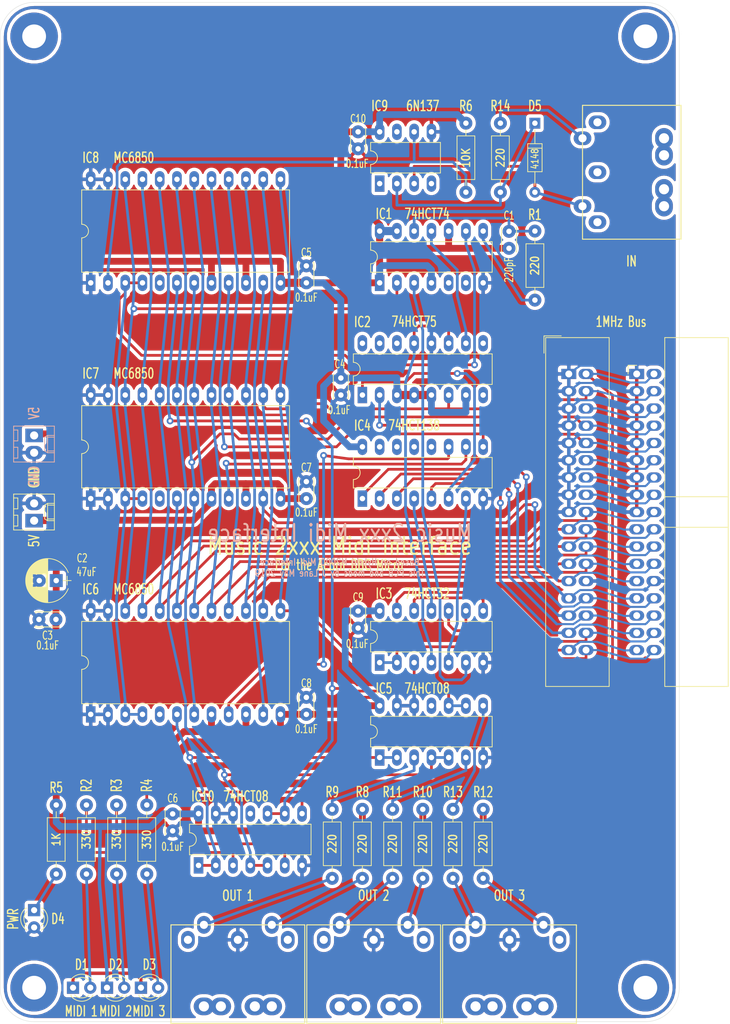
<source format=kicad_pcb>
(kicad_pcb (version 20171130) (host pcbnew 5.1.2-5.1.2)
  (layers (0 F.Cu signal) (31 B.Cu signal) (34 B.Paste user) (35 F.Paste user) (36 B.SilkS user) (37 F.SilkS user) (38 B.Mask user) (39 F.Mask user) (44 Edge.Cuts user))
  (net 0 "")
  (net 1 GND)
  (net 2 +5V)
  (net 3 "Net-(IC2-Pad11)")
  (net 4 "Net-(IC2-Pad9)")
  (net 5 "Net-(IC2-Pad8)")
  (net 6 "Net-(IC2-Pad1)")
  (net 7 "Net-(IC3-Pad11)")
  (net 8 "Net-(C1-Pad2)")
  (net 9 "Net-(D4-Pad2)")
  (net 10 "Net-(D5-Pad1)")
  (net 11 "Net-(D5-Pad2)")
  (net 12 "Net-(IC1-Pad6)")
  (net 13 "Net-(IC1-Pad5)")
  (net 14 CP2-1)
  (net 15 CP1-1)
  (net 16 CLK-6850)
  (net 17 /d0)
  (net 18 "Net-(IC1-Pad8)")
  (net 19 "Net-(IC2-Pad16)")
  (net 20 "Net-(IC2-Pad15)")
  (net 21 "Net-(IC2-Pad14)")
  (net 22 /1MHZE)
  (net 23 /~PGFC)
  (net 24 /a5)
  (net 25 "Net-(IC3-Pad12)")
  (net 26 "Net-(IC3-Pad5)")
  (net 27 /a7)
  (net 28 R~W~')
  (net 29 /a6)
  (net 30 /R~W)
  (net 31 "Net-(IC4-Pad15)")
  (net 32 "Net-(IC4-Pad14)")
  (net 33 "Net-(IC4-Pad13)")
  (net 34 /a4)
  (net 35 "Net-(IC4-Pad12)")
  (net 36 CS2-1)
  (net 37 /a3)
  (net 38 CS2-2)
  (net 39 /a2)
  (net 40 CS2-3)
  (net 41 /a1)
  (net 42 "Net-(IC5-Pad6)")
  (net 43 "Net-(IC5-Pad11)")
  (net 44 "Net-(IC5-Pad3)")
  (net 45 "Net-(IC5-Pad8)")
  (net 46 /a0)
  (net 47 /d1)
  (net 48 /d2)
  (net 49 /d3)
  (net 50 /~IRQ)
  (net 51 /d4)
  (net 52 /d5)
  (net 53 "Net-(IC6-Pad5)")
  (net 54 /d6)
  (net 55 /d7)
  (net 56 "Net-(IC7-Pad5)")
  (net 57 "Net-(IC8-Pad5)")
  (net 58 "Net-(IC8-Pad2)")
  (net 59 "Net-(IC9-Pad7)")
  (net 60 "Net-(IC10-Pad6)")
  (net 61 "Net-(IC10-Pad11)")
  (net 62 "Net-(IC10-Pad8)")
  (net 63 /~NMI)
  (net 64 /~PGFD)
  (net 65 /~RST)
  (net 66 /AUDIO)
  (net 67 "Net-(J5-Pad5)")
  (net 68 "Net-(J5-Pad4)")
  (net 69 "Net-(J5-Pad3)")
  (net 70 "Net-(J5-Pad1)")
  (net 71 "Net-(J6-Pad5)")
  (net 72 "Net-(J6-Pad4)")
  (net 73 "Net-(J6-Pad3)")
  (net 74 "Net-(J6-Pad1)")
  (net 75 "Net-(J7-Pad5)")
  (net 76 "Net-(J7-Pad4)")
  (net 77 "Net-(J7-Pad3)")
  (net 78 "Net-(J7-Pad1)")
  (net 79 "Net-(J8-Pad4)")
  (net 80 "Net-(J8-Pad3)")
  (net 81 "Net-(J8-Pad1)")
  (net 82 "Net-(J8-Pad2)")
  (net 83 TX2)
  (net 84 TX3)
  (net 85 TX1)
  (net 86 "Net-(IC10-Pad3)")
  (net 87 "Net-(D1-Pad1)")
  (net 88 "Net-(D2-Pad1)")
  (net 89 "Net-(D3-Pad1)")
  (module musix5xxx-custom:LED_D3.0mm (layer F.Cu) (at 4.9998 134.86 270)
    (fp_text reference D4 (at 0.014 -3.5092 180) (layer F.SilkS) (effects (font (size 1.5 1) (thickness 0.2))))
    (fp_text value PWR (at 0.014 3.0948 270) (layer F.SilkS) (effects (font (size 1.5 1) (thickness 0.2))))
    (pad 2 thru_hole rect (at -1.27 0 270) (size 1.8 1.8) (drill 0.9) (layers *.Cu *.Mask) (net 9 "Net-(D4-Pad2)"))
    (pad 1 thru_hole circle (at 1.27 0 270) (size 1.8 1.8) (drill 0.9) (layers *.Cu *.Mask) (net 1 GND))
  )
  (module musix5xxx-custom:LED_D3.0mm (layer F.Cu) (at 12 145)
    (fp_text reference D1 (at 0 -3.395) (layer F.SilkS) (effects (font (size 1.5 1) (thickness 0.2))))
    (fp_text value "MIDI 1" (at -0.062 3.463 180) (layer F.SilkS) (effects (font (size 1.5 1) (thickness 0.2))))
    (pad 2 thru_hole rect (at -1.27 0) (size 1.8 1.8) (drill 0.9) (layers *.Cu *.Mask) (net 2 +5V))
    (pad 1 thru_hole circle (at 1.27 0) (size 1.8 1.8) (drill 0.9) (layers *.Cu *.Mask) (net 87 "Net-(D1-Pad1)"))
  )
  (module musix5xxx-custom:LED_D3.0mm (layer F.Cu) (at 22 145)
    (fp_text reference D3 (at -0.029 -3.395) (layer F.SilkS) (effects (font (size 1.5 1) (thickness 0.2))))
    (fp_text value "MIDI 3" (at -0.098 3.463 180) (layer F.SilkS) (effects (font (size 1.5 1) (thickness 0.2))))
    (pad 2 thru_hole rect (at -1.27 0) (size 1.8 1.8) (drill 0.9) (layers *.Cu *.Mask) (net 2 +5V))
    (pad 1 thru_hole circle (at 1.27 0) (size 1.8 1.8) (drill 0.9) (layers *.Cu *.Mask) (net 89 "Net-(D3-Pad1)"))
  )
  (module musix5xxx-custom:LED_D3.0mm (layer F.Cu) (at 17 145)
    (fp_text reference D2 (at 0 -3.395) (layer F.SilkS) (effects (font (size 1.5 1) (thickness 0.2))))
    (fp_text value "MIDI 2" (at 0 3.463 180) (layer F.SilkS) (effects (font (size 1.5 1) (thickness 0.2))))
    (pad 2 thru_hole rect (at -1.27 0) (size 1.8 1.8) (drill 0.9) (layers *.Cu *.Mask) (net 2 +5V))
    (pad 1 thru_hole circle (at 1.27 0) (size 1.8 1.8) (drill 0.9) (layers *.Cu *.Mask) (net 88 "Net-(D2-Pad1)"))
  )
  (module musix5xxx-custom:C_Disc_D3.4mm_W2.1mm_P2.50mm (layer F.Cu) (at 52.705 89.575 270)
    (fp_text reference C9 (at -2.032 0 180) (layer F.SilkS) (effects (font (size 1.2 0.8))))
    (fp_text value 0.1uF (at 4.826 0.127 180) (layer F.SilkS) (effects (font (size 1.2 0.8))))
    (pad 1 thru_hole circle (at 0 0 270) (size 1.9 1.9) (drill 0.8) (layers *.Cu *.Mask) (net 2 +5V))
    (pad 2 thru_hole circle (at 2.5 0 270) (size 1.9 1.9) (drill 0.8) (layers *.Cu *.Mask) (net 1 GND))
  )
  (module musix5xxx-custom:C_Disc_D3.4mm_W2.1mm_P2.50mm (layer F.Cu) (at 52.705 19.05 270)
    (fp_text reference C10 (at -1.905 0 180) (layer F.SilkS) (effects (font (size 1.2 0.8))))
    (fp_text value 0.1uF (at 4.699 0.127 180) (layer F.SilkS) (effects (font (size 1.2 0.8))))
    (pad 1 thru_hole circle (at 0 0 270) (size 1.9 1.9) (drill 0.8) (layers *.Cu *.Mask) (net 2 +5V))
    (pad 2 thru_hole circle (at 2.5 0 270) (size 1.9 1.9) (drill 0.8) (layers *.Cu *.Mask) (net 1 GND))
  )
  (module musix5xxx-custom:D_DO-35_SOD27_P10.16mm_Horizontal (layer F.Cu) (at 78.74 17.78 270)
    (fp_text reference D5 (at -2.54 0) (layer F.SilkS) (effects (font (size 1.5 1) (thickness 0.2))))
    (fp_text value 4148 (at 5.25 0 90) (layer F.SilkS) (effects (font (size 1 0.8))))
    (pad 1 thru_hole rect (at 0 0 270) (size 1.6 1.6) (drill 0.8) (layers *.Cu *.Mask) (net 10 "Net-(D5-Pad1)"))
    (pad 2 thru_hole oval (at 10.16 0 270) (size 1.6 1.6) (drill 0.8) (layers *.Cu *.Mask) (net 11 "Net-(D5-Pad2)"))
  )
  (module musix5xxx-custom:R_Axial_DIN0207_L6.3mm_D2.5mm_P10.16mm_Horizontal (layer F.Cu) (at 12.7 118.11 270)
    (fp_text reference R2 (at -2.8702 0 90) (layer F.SilkS) (effects (font (size 1.5 1) (thickness 0.2))))
    (fp_text value 330 (at 5.08 0 270) (layer F.SilkS) (effects (font (size 1.2 1) (thickness 0.2))))
    (pad 2 thru_hole circle (at 10.16 0 270) (size 1.9 1.9) (drill 0.8) (layers *.Cu *.Mask) (net 87 "Net-(D1-Pad1)"))
    (pad 1 thru_hole circle (at 0 0 270) (size 1.9 1.9) (drill 0.8) (layers *.Cu *.Mask) (net 86 "Net-(IC10-Pad3)"))
  )
  (module musix5xxx-custom:R_Axial_DIN0207_L6.3mm_D2.5mm_P10.16mm_Horizontal (layer F.Cu) (at 78.74 43.815 90)
    (fp_text reference R1 (at 12.573 0 180) (layer F.SilkS) (effects (font (size 1.5 1) (thickness 0.2))))
    (fp_text value 220 (at 5.08 0 270) (layer F.SilkS) (effects (font (size 1.2 1) (thickness 0.2))))
    (pad 2 thru_hole circle (at 10.16 0 90) (size 1.9 1.9) (drill 0.8) (layers *.Cu *.Mask) (net 8 "Net-(C1-Pad2)"))
    (pad 1 thru_hole circle (at 0 0 90) (size 1.9 1.9) (drill 0.8) (layers *.Cu *.Mask) (net 18 "Net-(IC1-Pad8)"))
  )
  (module musix5xxx-custom:Molex_KK-6410-02_02x2.54mm_Straight (layer F.Cu) (at 5 75 90)
    (fp_text reference J3 hide)
    (fp_text value +5V)
    (pad 1 thru_hole rect (at -1.27 0 90) (size 2 2.6) (drill 1.2) (layers *.Cu *.Mask) (net 2 +5V))
    (pad 2 thru_hole oval (at 1.27 0 90) (size 2 2.6) (drill 1.2) (layers *.Cu *.Mask) (net 1 GND))
  )
  (module musix5xxx-custom:Molex_KK-6410-02_02x2.54mm_Straight (layer B.Cu) (at 5 65 270)
    (fp_text reference J4 hide)
    (fp_text value +5V)
    (pad 1 thru_hole rect (at -1.27 0 270) (size 2 2.6) (drill 1.2) (layers *.Cu *.Mask) (net 2 +5V))
    (pad 2 thru_hole oval (at 1.27 0 270) (size 2 2.6) (drill 1.2) (layers *.Cu *.Mask) (net 1 GND))
  )
  (module musix5xxx-custom:DIP-16_W7.62mm_LongPads (layer F.Cu) (at 53.34 73.025 90)
    (fp_text reference IC4 (at 10.75 0) (layer F.SilkS) (effects (font (size 1.5 1) (thickness 0.2))))
    (fp_text value 74HCT138 (at 10.795 7.62 180) (layer F.SilkS) (effects (font (size 1.5 1) (thickness 0.2))))
    (pad 16 thru_hole oval (at 7.62 0 90) (size 2.4 1.4) (drill 0.8) (layers *.Cu *.Mask) (net 2 +5V))
    (pad 8 thru_hole oval (at 0 17.78 90) (size 2.4 1.4) (drill 0.8) (layers *.Cu *.Mask) (net 1 GND))
    (pad 15 thru_hole oval (at 7.62 2.54 90) (size 2.4 1.4) (drill 0.8) (layers *.Cu *.Mask) (net 31 "Net-(IC4-Pad15)"))
    (pad 7 thru_hole oval (at 0 15.24 90) (size 2.4 1.4) (drill 0.8) (layers *.Cu *.Mask) (net 26 "Net-(IC3-Pad5)"))
    (pad 14 thru_hole oval (at 7.62 5.08 90) (size 2.4 1.4) (drill 0.8) (layers *.Cu *.Mask) (net 32 "Net-(IC4-Pad14)"))
    (pad 6 thru_hole oval (at 0 12.7 90) (size 2.4 1.4) (drill 0.8) (layers *.Cu *.Mask) (net 6 "Net-(IC2-Pad1)"))
    (pad 13 thru_hole oval (at 7.62 7.62 90) (size 2.4 1.4) (drill 0.8) (layers *.Cu *.Mask) (net 33 "Net-(IC4-Pad13)"))
    (pad 5 thru_hole oval (at 0 10.16 90) (size 2.4 1.4) (drill 0.8) (layers *.Cu *.Mask) (net 34 /a4))
    (pad 12 thru_hole oval (at 7.62 10.16 90) (size 2.4 1.4) (drill 0.8) (layers *.Cu *.Mask) (net 35 "Net-(IC4-Pad12)"))
    (pad 4 thru_hole oval (at 0 7.62 90) (size 2.4 1.4) (drill 0.8) (layers *.Cu *.Mask) (net 7 "Net-(IC3-Pad11)"))
    (pad 11 thru_hole oval (at 7.62 12.7 90) (size 2.4 1.4) (drill 0.8) (layers *.Cu *.Mask) (net 36 CS2-1))
    (pad 3 thru_hole oval (at 0 5.08 90) (size 2.4 1.4) (drill 0.8) (layers *.Cu *.Mask) (net 37 /a3))
    (pad 10 thru_hole oval (at 7.62 15.24 90) (size 2.4 1.4) (drill 0.8) (layers *.Cu *.Mask) (net 38 CS2-2))
    (pad 2 thru_hole oval (at 0 2.54 90) (size 2.4 1.4) (drill 0.8) (layers *.Cu *.Mask) (net 39 /a2))
    (pad 9 thru_hole oval (at 7.62 17.78 90) (size 2.4 1.4) (drill 0.8) (layers *.Cu *.Mask) (net 40 CS2-3))
    (pad 1 thru_hole rect (at 0 0 90) (size 2.4 1.4) (drill 0.8) (layers *.Cu *.Mask) (net 41 /a1))
  )
  (module musix5xxx-custom:DIP-16_W7.62mm_LongPads (layer F.Cu) (at 53.34 57.785 90)
    (fp_text reference IC2 (at 10.75 0) (layer F.SilkS) (effects (font (size 1.5 1) (thickness 0.2))))
    (fp_text value 74HCT75 (at 10.795 7.62 180) (layer F.SilkS) (effects (font (size 1.5 1) (thickness 0.2))))
    (pad 16 thru_hole oval (at 7.62 0 90) (size 2.4 1.4) (drill 0.8) (layers *.Cu *.Mask) (net 19 "Net-(IC2-Pad16)"))
    (pad 8 thru_hole oval (at 0 17.78 90) (size 2.4 1.4) (drill 0.8) (layers *.Cu *.Mask) (net 5 "Net-(IC2-Pad8)"))
    (pad 15 thru_hole oval (at 7.62 2.54 90) (size 2.4 1.4) (drill 0.8) (layers *.Cu *.Mask) (net 20 "Net-(IC2-Pad15)"))
    (pad 7 thru_hole oval (at 0 15.24 90) (size 2.4 1.4) (drill 0.8) (layers *.Cu *.Mask) (net 2 +5V))
    (pad 14 thru_hole oval (at 7.62 5.08 90) (size 2.4 1.4) (drill 0.8) (layers *.Cu *.Mask) (net 21 "Net-(IC2-Pad14)"))
    (pad 6 thru_hole oval (at 0 12.7 90) (size 2.4 1.4) (drill 0.8) (layers *.Cu *.Mask) (net 22 /1MHZE))
    (pad 13 thru_hole oval (at 7.62 7.62 90) (size 2.4 1.4) (drill 0.8) (layers *.Cu *.Mask) (net 3 "Net-(IC2-Pad11)"))
    (pad 5 thru_hole oval (at 0 10.16 90) (size 2.4 1.4) (drill 0.8) (layers *.Cu *.Mask) (net 2 +5V))
    (pad 12 thru_hole oval (at 7.62 10.16 90) (size 2.4 1.4) (drill 0.8) (layers *.Cu *.Mask) (net 1 GND))
    (pad 4 thru_hole oval (at 0 7.62 90) (size 2.4 1.4) (drill 0.8) (layers *.Cu *.Mask) (net 2 +5V))
    (pad 11 thru_hole oval (at 7.62 12.7 90) (size 2.4 1.4) (drill 0.8) (layers *.Cu *.Mask) (net 3 "Net-(IC2-Pad11)"))
    (pad 3 thru_hole oval (at 0 5.08 90) (size 2.4 1.4) (drill 0.8) (layers *.Cu *.Mask) (net 2 +5V))
    (pad 10 thru_hole oval (at 7.62 15.24 90) (size 2.4 1.4) (drill 0.8) (layers *.Cu *.Mask) (net 14 CP2-1))
    (pad 2 thru_hole oval (at 0 2.54 90) (size 2.4 1.4) (drill 0.8) (layers *.Cu *.Mask) (net 23 /~PGFC))
    (pad 9 thru_hole oval (at 7.62 17.78 90) (size 2.4 1.4) (drill 0.8) (layers *.Cu *.Mask) (net 4 "Net-(IC2-Pad9)"))
    (pad 1 thru_hole rect (at 0 0 90) (size 2.4 1.4) (drill 0.8) (layers *.Cu *.Mask) (net 6 "Net-(IC2-Pad1)"))
  )
  (module musix5xxx-custom:DIP-14_W7.62mm_LongPads (layer F.Cu) (at 55.88 111.125 90)
    (fp_text reference IC5 (at 10.16 0.635) (layer F.SilkS) (effects (font (size 1.5 1) (thickness 0.2))))
    (fp_text value 74HCT08 (at 10.16 6.985) (layer F.SilkS) (effects (font (size 1.5 1) (thickness 0.2))))
    (pad 1 thru_hole rect (at 0 0 90) (size 2.4 1.4) (drill 0.8) (layers *.Cu *.Mask) (net 85 TX1))
    (pad 8 thru_hole oval (at 7.62 15.24 90) (size 2.4 1.4) (drill 0.8) (layers *.Cu *.Mask) (net 45 "Net-(IC5-Pad8)"))
    (pad 2 thru_hole oval (at 0 2.54 90) (size 2.4 1.4) (drill 0.8) (layers *.Cu *.Mask) (net 85 TX1))
    (pad 9 thru_hole oval (at 7.62 12.7 90) (size 2.4 1.4) (drill 0.8) (layers *.Cu *.Mask) (net 84 TX3))
    (pad 3 thru_hole oval (at 0 5.08 90) (size 2.4 1.4) (drill 0.8) (layers *.Cu *.Mask) (net 44 "Net-(IC5-Pad3)"))
    (pad 10 thru_hole oval (at 7.62 10.16 90) (size 2.4 1.4) (drill 0.8) (layers *.Cu *.Mask) (net 84 TX3))
    (pad 4 thru_hole oval (at 0 7.62 90) (size 2.4 1.4) (drill 0.8) (layers *.Cu *.Mask) (net 83 TX2))
    (pad 11 thru_hole oval (at 7.62 7.62 90) (size 2.4 1.4) (drill 0.8) (layers *.Cu *.Mask) (net 43 "Net-(IC5-Pad11)"))
    (pad 5 thru_hole oval (at 0 10.16 90) (size 2.4 1.4) (drill 0.8) (layers *.Cu *.Mask) (net 83 TX2))
    (pad 12 thru_hole oval (at 7.62 5.08 90) (size 2.4 1.4) (drill 0.8) (layers *.Cu *.Mask) (net 1 GND))
    (pad 6 thru_hole oval (at 0 12.7 90) (size 2.4 1.4) (drill 0.8) (layers *.Cu *.Mask) (net 42 "Net-(IC5-Pad6)"))
    (pad 13 thru_hole oval (at 7.62 2.54 90) (size 2.4 1.4) (drill 0.8) (layers *.Cu *.Mask) (net 1 GND))
    (pad 7 thru_hole oval (at 0 15.24 90) (size 2.4 1.4) (drill 0.8) (layers *.Cu *.Mask) (net 1 GND))
    (pad 14 thru_hole oval (at 7.62 0 90) (size 2.4 1.4) (drill 0.8) (layers *.Cu *.Mask) (net 2 +5V))
  )
  (module musix5xxx-custom:DIP-14_W7.62mm_LongPads (layer F.Cu) (at 55.88 97.155 90)
    (fp_text reference IC3 (at 10.16 0.635) (layer F.SilkS) (effects (font (size 1.5 1) (thickness 0.2))))
    (fp_text value 74HCT32 (at 10.16 6.985) (layer F.SilkS) (effects (font (size 1.5 1) (thickness 0.2))))
    (pad 1 thru_hole rect (at 0 0 90) (size 2.4 1.4) (drill 0.8) (layers *.Cu *.Mask) (net 30 /R~W))
    (pad 8 thru_hole oval (at 7.62 15.24 90) (size 2.4 1.4) (drill 0.8) (layers *.Cu *.Mask) (net 25 "Net-(IC3-Pad12)"))
    (pad 2 thru_hole oval (at 0 2.54 90) (size 2.4 1.4) (drill 0.8) (layers *.Cu *.Mask) (net 30 /R~W))
    (pad 9 thru_hole oval (at 7.62 12.7 90) (size 2.4 1.4) (drill 0.8) (layers *.Cu *.Mask) (net 29 /a6))
    (pad 3 thru_hole oval (at 0 5.08 90) (size 2.4 1.4) (drill 0.8) (layers *.Cu *.Mask) (net 28 R~W~'))
    (pad 10 thru_hole oval (at 7.62 10.16 90) (size 2.4 1.4) (drill 0.8) (layers *.Cu *.Mask) (net 27 /a7))
    (pad 4 thru_hole oval (at 0 7.62 90) (size 2.4 1.4) (drill 0.8) (layers *.Cu *.Mask) (net 3 "Net-(IC2-Pad11)"))
    (pad 11 thru_hole oval (at 7.62 7.62 90) (size 2.4 1.4) (drill 0.8) (layers *.Cu *.Mask) (net 7 "Net-(IC3-Pad11)"))
    (pad 5 thru_hole oval (at 0 10.16 90) (size 2.4 1.4) (drill 0.8) (layers *.Cu *.Mask) (net 26 "Net-(IC3-Pad5)"))
    (pad 12 thru_hole oval (at 7.62 5.08 90) (size 2.4 1.4) (drill 0.8) (layers *.Cu *.Mask) (net 25 "Net-(IC3-Pad12)"))
    (pad 6 thru_hole oval (at 0 12.7 90) (size 2.4 1.4) (drill 0.8) (layers *.Cu *.Mask) (net 15 CP1-1))
    (pad 13 thru_hole oval (at 7.62 2.54 90) (size 2.4 1.4) (drill 0.8) (layers *.Cu *.Mask) (net 24 /a5))
    (pad 7 thru_hole oval (at 0 15.24 90) (size 2.4 1.4) (drill 0.8) (layers *.Cu *.Mask) (net 1 GND))
    (pad 14 thru_hole oval (at 7.62 0 90) (size 2.4 1.4) (drill 0.8) (layers *.Cu *.Mask) (net 2 +5V))
  )
  (module musix5xxx-custom:DIP-14_W7.62mm_LongPads (layer F.Cu) (at 55.88 41.275 90)
    (fp_text reference IC1 (at 10.16 0.635) (layer F.SilkS) (effects (font (size 1.5 1) (thickness 0.2))))
    (fp_text value 74HCT74 (at 10.16 6.985) (layer F.SilkS) (effects (font (size 1.5 1) (thickness 0.2))))
    (pad 1 thru_hole rect (at 0 0 90) (size 2.4 1.4) (drill 0.8) (layers *.Cu *.Mask) (net 2 +5V))
    (pad 8 thru_hole oval (at 7.62 15.24 90) (size 2.4 1.4) (drill 0.8) (layers *.Cu *.Mask) (net 18 "Net-(IC1-Pad8)"))
    (pad 2 thru_hole oval (at 0 2.54 90) (size 2.4 1.4) (drill 0.8) (layers *.Cu *.Mask) (net 17 /d0))
    (pad 9 thru_hole oval (at 7.62 12.7 90) (size 2.4 1.4) (drill 0.8) (layers *.Cu *.Mask) (net 16 CLK-6850))
    (pad 3 thru_hole oval (at 0 5.08 90) (size 2.4 1.4) (drill 0.8) (layers *.Cu *.Mask) (net 15 CP1-1))
    (pad 10 thru_hole oval (at 7.62 10.16 90) (size 2.4 1.4) (drill 0.8) (layers *.Cu *.Mask) (net 2 +5V))
    (pad 4 thru_hole oval (at 0 7.62 90) (size 2.4 1.4) (drill 0.8) (layers *.Cu *.Mask) (net 2 +5V))
    (pad 11 thru_hole oval (at 7.62 7.62 90) (size 2.4 1.4) (drill 0.8) (layers *.Cu *.Mask) (net 14 CP2-1))
    (pad 5 thru_hole oval (at 0 10.16 90) (size 2.4 1.4) (drill 0.8) (layers *.Cu *.Mask) (net 13 "Net-(IC1-Pad5)"))
    (pad 12 thru_hole oval (at 7.62 5.08 90) (size 2.4 1.4) (drill 0.8) (layers *.Cu *.Mask) (net 8 "Net-(C1-Pad2)"))
    (pad 6 thru_hole oval (at 0 12.7 90) (size 2.4 1.4) (drill 0.8) (layers *.Cu *.Mask) (net 12 "Net-(IC1-Pad6)"))
    (pad 13 thru_hole oval (at 7.62 2.54 90) (size 2.4 1.4) (drill 0.8) (layers *.Cu *.Mask) (net 2 +5V))
    (pad 7 thru_hole oval (at 0 15.24 90) (size 2.4 1.4) (drill 0.8) (layers *.Cu *.Mask) (net 1 GND))
    (pad 14 thru_hole oval (at 7.62 0 90) (size 2.4 1.4) (drill 0.8) (layers *.Cu *.Mask) (net 2 +5V))
  )
  (module musix5xxx-custom:DIP-14_W7.62mm_LongPads (layer F.Cu) (at 29.21 127 90)
    (fp_text reference IC10 (at 10.16 0.635) (layer F.SilkS) (effects (font (size 1.5 1) (thickness 0.2))))
    (fp_text value 74HCT08 (at 10.16 6.985) (layer F.SilkS) (effects (font (size 1.5 1) (thickness 0.2))))
    (pad 1 thru_hole rect (at 0 0 90) (size 2.4 1.4) (drill 0.8) (layers *.Cu *.Mask) (net 85 TX1))
    (pad 8 thru_hole oval (at 7.62 15.24 90) (size 2.4 1.4) (drill 0.8) (layers *.Cu *.Mask) (net 62 "Net-(IC10-Pad8)"))
    (pad 2 thru_hole oval (at 0 2.54 90) (size 2.4 1.4) (drill 0.8) (layers *.Cu *.Mask) (net 85 TX1))
    (pad 9 thru_hole oval (at 7.62 12.7 90) (size 2.4 1.4) (drill 0.8) (layers *.Cu *.Mask) (net 84 TX3))
    (pad 3 thru_hole oval (at 0 5.08 90) (size 2.4 1.4) (drill 0.8) (layers *.Cu *.Mask) (net 86 "Net-(IC10-Pad3)"))
    (pad 10 thru_hole oval (at 7.62 10.16 90) (size 2.4 1.4) (drill 0.8) (layers *.Cu *.Mask) (net 84 TX3))
    (pad 4 thru_hole oval (at 0 7.62 90) (size 2.4 1.4) (drill 0.8) (layers *.Cu *.Mask) (net 83 TX2))
    (pad 11 thru_hole oval (at 7.62 7.62 90) (size 2.4 1.4) (drill 0.8) (layers *.Cu *.Mask) (net 61 "Net-(IC10-Pad11)"))
    (pad 5 thru_hole oval (at 0 10.16 90) (size 2.4 1.4) (drill 0.8) (layers *.Cu *.Mask) (net 83 TX2))
    (pad 12 thru_hole oval (at 7.62 5.08 90) (size 2.4 1.4) (drill 0.8) (layers *.Cu *.Mask) (net 1 GND))
    (pad 6 thru_hole oval (at 0 12.7 90) (size 2.4 1.4) (drill 0.8) (layers *.Cu *.Mask) (net 60 "Net-(IC10-Pad6)"))
    (pad 13 thru_hole oval (at 7.62 2.54 90) (size 2.4 1.4) (drill 0.8) (layers *.Cu *.Mask) (net 1 GND))
    (pad 7 thru_hole oval (at 0 15.24 90) (size 2.4 1.4) (drill 0.8) (layers *.Cu *.Mask) (net 1 GND))
    (pad 14 thru_hole oval (at 7.62 0 90) (size 2.4 1.4) (drill 0.8) (layers *.Cu *.Mask) (net 2 +5V))
  )
  (module musix5xxx-custom:DIP-24_W15.24mm_LongPads (layer F.Cu) (at 13.335 41.275 90)
    (fp_text reference IC8 (at 18.415 0) (layer F.SilkS) (effects (font (size 1.5 1) (thickness 0.2))))
    (fp_text value MC6850 (at 18.415 6.35 180) (layer F.SilkS) (effects (font (size 1.5 1) (thickness 0.2))))
    (pad 1 thru_hole rect (at 0 0 90) (size 2.4 1.4) (drill 0.8) (layers *.Cu *.Mask) (net 1 GND))
    (pad 13 thru_hole oval (at 15.24 27.94 90) (size 2.4 1.4) (drill 0.8) (layers *.Cu *.Mask) (net 28 R~W~'))
    (pad 2 thru_hole oval (at 0 2.54 90) (size 2.4 1.4) (drill 0.8) (layers *.Cu *.Mask) (net 58 "Net-(IC8-Pad2)"))
    (pad 14 thru_hole oval (at 15.24 25.4 90) (size 2.4 1.4) (drill 0.8) (layers *.Cu *.Mask) (net 22 /1MHZE))
    (pad 3 thru_hole oval (at 0 5.08 90) (size 2.4 1.4) (drill 0.8) (layers *.Cu *.Mask) (net 16 CLK-6850))
    (pad 15 thru_hole oval (at 15.24 22.86 90) (size 2.4 1.4) (drill 0.8) (layers *.Cu *.Mask) (net 55 /d7))
    (pad 4 thru_hole oval (at 0 7.62 90) (size 2.4 1.4) (drill 0.8) (layers *.Cu *.Mask) (net 16 CLK-6850))
    (pad 16 thru_hole oval (at 15.24 20.32 90) (size 2.4 1.4) (drill 0.8) (layers *.Cu *.Mask) (net 54 /d6))
    (pad 5 thru_hole oval (at 0 10.16 90) (size 2.4 1.4) (drill 0.8) (layers *.Cu *.Mask) (net 57 "Net-(IC8-Pad5)"))
    (pad 17 thru_hole oval (at 15.24 17.78 90) (size 2.4 1.4) (drill 0.8) (layers *.Cu *.Mask) (net 52 /d5))
    (pad 6 thru_hole oval (at 0 12.7 90) (size 2.4 1.4) (drill 0.8) (layers *.Cu *.Mask) (net 84 TX3))
    (pad 18 thru_hole oval (at 15.24 15.24 90) (size 2.4 1.4) (drill 0.8) (layers *.Cu *.Mask) (net 51 /d4))
    (pad 7 thru_hole oval (at 0 15.24 90) (size 2.4 1.4) (drill 0.8) (layers *.Cu *.Mask) (net 50 /~IRQ))
    (pad 19 thru_hole oval (at 15.24 12.7 90) (size 2.4 1.4) (drill 0.8) (layers *.Cu *.Mask) (net 49 /d3))
    (pad 8 thru_hole oval (at 0 17.78 90) (size 2.4 1.4) (drill 0.8) (layers *.Cu *.Mask) (net 2 +5V))
    (pad 20 thru_hole oval (at 15.24 10.16 90) (size 2.4 1.4) (drill 0.8) (layers *.Cu *.Mask) (net 48 /d2))
    (pad 9 thru_hole oval (at 0 20.32 90) (size 2.4 1.4) (drill 0.8) (layers *.Cu *.Mask) (net 40 CS2-3))
    (pad 21 thru_hole oval (at 15.24 7.62 90) (size 2.4 1.4) (drill 0.8) (layers *.Cu *.Mask) (net 47 /d1))
    (pad 10 thru_hole oval (at 0 22.86 90) (size 2.4 1.4) (drill 0.8) (layers *.Cu *.Mask) (net 2 +5V))
    (pad 22 thru_hole oval (at 15.24 5.08 90) (size 2.4 1.4) (drill 0.8) (layers *.Cu *.Mask) (net 17 /d0))
    (pad 11 thru_hole oval (at 0 25.4 90) (size 2.4 1.4) (drill 0.8) (layers *.Cu *.Mask) (net 46 /a0))
    (pad 23 thru_hole oval (at 15.24 2.54 90) (size 2.4 1.4) (drill 0.8) (layers *.Cu *.Mask) (net 1 GND))
    (pad 12 thru_hole oval (at 0 27.94 90) (size 2.4 1.4) (drill 0.8) (layers *.Cu *.Mask) (net 2 +5V))
    (pad 24 thru_hole oval (at 15.24 0 90) (size 2.4 1.4) (drill 0.8) (layers *.Cu *.Mask) (net 1 GND))
  )
  (module musix5xxx-custom:DIP-24_W15.24mm_LongPads (layer F.Cu) (at 13.335 73.025 90)
    (fp_text reference IC7 (at 18.415 0) (layer F.SilkS) (effects (font (size 1.5 1) (thickness 0.2))))
    (fp_text value MC6850 (at 18.415 6.35 180) (layer F.SilkS) (effects (font (size 1.5 1) (thickness 0.2))))
    (pad 1 thru_hole rect (at 0 0 90) (size 2.4 1.4) (drill 0.8) (layers *.Cu *.Mask) (net 1 GND))
    (pad 13 thru_hole oval (at 15.24 27.94 90) (size 2.4 1.4) (drill 0.8) (layers *.Cu *.Mask) (net 28 R~W~'))
    (pad 2 thru_hole oval (at 0 2.54 90) (size 2.4 1.4) (drill 0.8) (layers *.Cu *.Mask) (net 1 GND))
    (pad 14 thru_hole oval (at 15.24 25.4 90) (size 2.4 1.4) (drill 0.8) (layers *.Cu *.Mask) (net 22 /1MHZE))
    (pad 3 thru_hole oval (at 0 5.08 90) (size 2.4 1.4) (drill 0.8) (layers *.Cu *.Mask) (net 16 CLK-6850))
    (pad 15 thru_hole oval (at 15.24 22.86 90) (size 2.4 1.4) (drill 0.8) (layers *.Cu *.Mask) (net 55 /d7))
    (pad 4 thru_hole oval (at 0 7.62 90) (size 2.4 1.4) (drill 0.8) (layers *.Cu *.Mask) (net 16 CLK-6850))
    (pad 16 thru_hole oval (at 15.24 20.32 90) (size 2.4 1.4) (drill 0.8) (layers *.Cu *.Mask) (net 54 /d6))
    (pad 5 thru_hole oval (at 0 10.16 90) (size 2.4 1.4) (drill 0.8) (layers *.Cu *.Mask) (net 56 "Net-(IC7-Pad5)"))
    (pad 17 thru_hole oval (at 15.24 17.78 90) (size 2.4 1.4) (drill 0.8) (layers *.Cu *.Mask) (net 52 /d5))
    (pad 6 thru_hole oval (at 0 12.7 90) (size 2.4 1.4) (drill 0.8) (layers *.Cu *.Mask) (net 83 TX2))
    (pad 18 thru_hole oval (at 15.24 15.24 90) (size 2.4 1.4) (drill 0.8) (layers *.Cu *.Mask) (net 51 /d4))
    (pad 7 thru_hole oval (at 0 15.24 90) (size 2.4 1.4) (drill 0.8) (layers *.Cu *.Mask) (net 50 /~IRQ))
    (pad 19 thru_hole oval (at 15.24 12.7 90) (size 2.4 1.4) (drill 0.8) (layers *.Cu *.Mask) (net 49 /d3))
    (pad 8 thru_hole oval (at 0 17.78 90) (size 2.4 1.4) (drill 0.8) (layers *.Cu *.Mask) (net 2 +5V))
    (pad 20 thru_hole oval (at 15.24 10.16 90) (size 2.4 1.4) (drill 0.8) (layers *.Cu *.Mask) (net 48 /d2))
    (pad 9 thru_hole oval (at 0 20.32 90) (size 2.4 1.4) (drill 0.8) (layers *.Cu *.Mask) (net 38 CS2-2))
    (pad 21 thru_hole oval (at 15.24 7.62 90) (size 2.4 1.4) (drill 0.8) (layers *.Cu *.Mask) (net 47 /d1))
    (pad 10 thru_hole oval (at 0 22.86 90) (size 2.4 1.4) (drill 0.8) (layers *.Cu *.Mask) (net 2 +5V))
    (pad 22 thru_hole oval (at 15.24 5.08 90) (size 2.4 1.4) (drill 0.8) (layers *.Cu *.Mask) (net 17 /d0))
    (pad 11 thru_hole oval (at 0 25.4 90) (size 2.4 1.4) (drill 0.8) (layers *.Cu *.Mask) (net 46 /a0))
    (pad 23 thru_hole oval (at 15.24 2.54 90) (size 2.4 1.4) (drill 0.8) (layers *.Cu *.Mask) (net 1 GND))
    (pad 12 thru_hole oval (at 0 27.94 90) (size 2.4 1.4) (drill 0.8) (layers *.Cu *.Mask) (net 2 +5V))
    (pad 24 thru_hole oval (at 15.24 0 90) (size 2.4 1.4) (drill 0.8) (layers *.Cu *.Mask) (net 1 GND))
  )
  (module musix5xxx-custom:DIP-24_W15.24mm_LongPads (layer F.Cu) (at 13.335 104.775 90)
    (fp_text reference IC6 (at 18.415 0) (layer F.SilkS) (effects (font (size 1.5 1) (thickness 0.2))))
    (fp_text value MC6850 (at 18.415 6.35 180) (layer F.SilkS) (effects (font (size 1.5 1) (thickness 0.2))))
    (pad 1 thru_hole rect (at 0 0 90) (size 2.4 1.4) (drill 0.8) (layers *.Cu *.Mask) (net 1 GND))
    (pad 13 thru_hole oval (at 15.24 27.94 90) (size 2.4 1.4) (drill 0.8) (layers *.Cu *.Mask) (net 28 R~W~'))
    (pad 2 thru_hole oval (at 0 2.54 90) (size 2.4 1.4) (drill 0.8) (layers *.Cu *.Mask) (net 1 GND))
    (pad 14 thru_hole oval (at 15.24 25.4 90) (size 2.4 1.4) (drill 0.8) (layers *.Cu *.Mask) (net 22 /1MHZE))
    (pad 3 thru_hole oval (at 0 5.08 90) (size 2.4 1.4) (drill 0.8) (layers *.Cu *.Mask) (net 16 CLK-6850))
    (pad 15 thru_hole oval (at 15.24 22.86 90) (size 2.4 1.4) (drill 0.8) (layers *.Cu *.Mask) (net 55 /d7))
    (pad 4 thru_hole oval (at 0 7.62 90) (size 2.4 1.4) (drill 0.8) (layers *.Cu *.Mask) (net 16 CLK-6850))
    (pad 16 thru_hole oval (at 15.24 20.32 90) (size 2.4 1.4) (drill 0.8) (layers *.Cu *.Mask) (net 54 /d6))
    (pad 5 thru_hole oval (at 0 10.16 90) (size 2.4 1.4) (drill 0.8) (layers *.Cu *.Mask) (net 53 "Net-(IC6-Pad5)"))
    (pad 17 thru_hole oval (at 15.24 17.78 90) (size 2.4 1.4) (drill 0.8) (layers *.Cu *.Mask) (net 52 /d5))
    (pad 6 thru_hole oval (at 0 12.7 90) (size 2.4 1.4) (drill 0.8) (layers *.Cu *.Mask) (net 85 TX1))
    (pad 18 thru_hole oval (at 15.24 15.24 90) (size 2.4 1.4) (drill 0.8) (layers *.Cu *.Mask) (net 51 /d4))
    (pad 7 thru_hole oval (at 0 15.24 90) (size 2.4 1.4) (drill 0.8) (layers *.Cu *.Mask) (net 50 /~IRQ))
    (pad 19 thru_hole oval (at 15.24 12.7 90) (size 2.4 1.4) (drill 0.8) (layers *.Cu *.Mask) (net 49 /d3))
    (pad 8 thru_hole oval (at 0 17.78 90) (size 2.4 1.4) (drill 0.8) (layers *.Cu *.Mask) (net 2 +5V))
    (pad 20 thru_hole oval (at 15.24 10.16 90) (size 2.4 1.4) (drill 0.8) (layers *.Cu *.Mask) (net 48 /d2))
    (pad 9 thru_hole oval (at 0 20.32 90) (size 2.4 1.4) (drill 0.8) (layers *.Cu *.Mask) (net 36 CS2-1))
    (pad 21 thru_hole oval (at 15.24 7.62 90) (size 2.4 1.4) (drill 0.8) (layers *.Cu *.Mask) (net 47 /d1))
    (pad 10 thru_hole oval (at 0 22.86 90) (size 2.4 1.4) (drill 0.8) (layers *.Cu *.Mask) (net 2 +5V))
    (pad 22 thru_hole oval (at 15.24 5.08 90) (size 2.4 1.4) (drill 0.8) (layers *.Cu *.Mask) (net 17 /d0))
    (pad 11 thru_hole oval (at 0 25.4 90) (size 2.4 1.4) (drill 0.8) (layers *.Cu *.Mask) (net 46 /a0))
    (pad 23 thru_hole oval (at 15.24 2.54 90) (size 2.4 1.4) (drill 0.8) (layers *.Cu *.Mask) (net 1 GND))
    (pad 12 thru_hole oval (at 0 27.94 90) (size 2.4 1.4) (drill 0.8) (layers *.Cu *.Mask) (net 2 +5V))
    (pad 24 thru_hole oval (at 15.24 0 90) (size 2.4 1.4) (drill 0.8) (layers *.Cu *.Mask) (net 1 GND))
  )
  (module musix5xxx-custom:R_Axial_DIN0207_L6.3mm_D2.5mm_P10.16mm_Horizontal (layer F.Cu) (at 71.12 118.745 270)
    (fp_text reference R12 (at -2.54 0 180) (layer F.SilkS) (effects (font (size 1.5 1) (thickness 0.2))))
    (fp_text value 220 (at 5.08 0 270) (layer F.SilkS) (effects (font (size 1.2 1) (thickness 0.2))))
    (pad 2 thru_hole circle (at 10.16 0 270) (size 1.9 1.9) (drill 0.8) (layers *.Cu *.Mask) (net 76 "Net-(J7-Pad4)"))
    (pad 1 thru_hole circle (at 0 0 270) (size 1.9 1.9) (drill 0.8) (layers *.Cu *.Mask) (net 2 +5V))
  )
  (module musix5xxx-custom:R_Axial_DIN0207_L6.3mm_D2.5mm_P10.16mm_Horizontal (layer F.Cu) (at 8.255 118.11 270)
    (fp_text reference R5 (at -2.54 0 180) (layer F.SilkS) (effects (font (size 1.5 1) (thickness 0.2))))
    (fp_text value 1K (at 5.08 0 270) (layer F.SilkS) (effects (font (size 1.2 1) (thickness 0.2))))
    (pad 2 thru_hole circle (at 10.16 0 270) (size 1.9 1.9) (drill 0.8) (layers *.Cu *.Mask) (net 9 "Net-(D4-Pad2)"))
    (pad 1 thru_hole circle (at 0 0 270) (size 1.9 1.9) (drill 0.8) (layers *.Cu *.Mask) (net 2 +5V))
  )
  (module musix5xxx-custom:R_Axial_DIN0207_L6.3mm_D2.5mm_P10.16mm_Horizontal (layer F.Cu) (at 73.66 27.94 90)
    (fp_text reference R14 (at 12.7 0 180) (layer F.SilkS) (effects (font (size 1.5 1) (thickness 0.2))))
    (fp_text value 220 (at 5.08 0 270) (layer F.SilkS) (effects (font (size 1.2 1) (thickness 0.2))))
    (pad 2 thru_hole circle (at 10.16 0 90) (size 1.9 1.9) (drill 0.8) (layers *.Cu *.Mask) (net 79 "Net-(J8-Pad4)"))
    (pad 1 thru_hole circle (at 0 0 90) (size 1.9 1.9) (drill 0.8) (layers *.Cu *.Mask) (net 10 "Net-(D5-Pad1)"))
  )
  (module musix5xxx-custom:R_Axial_DIN0207_L6.3mm_D2.5mm_P10.16mm_Horizontal (layer F.Cu) (at 66.675 118.745 270)
    (fp_text reference R13 (at -2.54 0 180) (layer F.SilkS) (effects (font (size 1.5 1) (thickness 0.2))))
    (fp_text value 220 (at 5.08 0 270) (layer F.SilkS) (effects (font (size 1.2 1) (thickness 0.2))))
    (pad 2 thru_hole circle (at 10.16 0 270) (size 1.9 1.9) (drill 0.8) (layers *.Cu *.Mask) (net 75 "Net-(J7-Pad5)"))
    (pad 1 thru_hole circle (at 0 0 270) (size 1.9 1.9) (drill 0.8) (layers *.Cu *.Mask) (net 45 "Net-(IC5-Pad8)"))
  )
  (module musix5xxx-custom:R_Axial_DIN0207_L6.3mm_D2.5mm_P10.16mm_Horizontal (layer F.Cu) (at 57.785 118.745 270)
    (fp_text reference R11 (at -2.54 0 180) (layer F.SilkS) (effects (font (size 1.5 1) (thickness 0.2))))
    (fp_text value 220 (at 5.08 0 270) (layer F.SilkS) (effects (font (size 1.2 1) (thickness 0.2))))
    (pad 2 thru_hole circle (at 10.16 0 270) (size 1.9 1.9) (drill 0.8) (layers *.Cu *.Mask) (net 71 "Net-(J6-Pad5)"))
    (pad 1 thru_hole circle (at 0 0 270) (size 1.9 1.9) (drill 0.8) (layers *.Cu *.Mask) (net 42 "Net-(IC5-Pad6)"))
  )
  (module musix5xxx-custom:R_Axial_DIN0207_L6.3mm_D2.5mm_P10.16mm_Horizontal (layer F.Cu) (at 62.23 118.745 270)
    (fp_text reference R10 (at -2.54 0 180) (layer F.SilkS) (effects (font (size 1.5 1) (thickness 0.2))))
    (fp_text value 220 (at 5.08 0 270) (layer F.SilkS) (effects (font (size 1.2 1) (thickness 0.2))))
    (pad 2 thru_hole circle (at 10.16 0 270) (size 1.9 1.9) (drill 0.8) (layers *.Cu *.Mask) (net 72 "Net-(J6-Pad4)"))
    (pad 1 thru_hole circle (at 0 0 270) (size 1.9 1.9) (drill 0.8) (layers *.Cu *.Mask) (net 2 +5V))
  )
  (module musix5xxx-custom:R_Axial_DIN0207_L6.3mm_D2.5mm_P10.16mm_Horizontal (layer F.Cu) (at 48.895 118.745 270)
    (fp_text reference R9 (at -2.54 0 180) (layer F.SilkS) (effects (font (size 1.5 1) (thickness 0.2))))
    (fp_text value 220 (at 5.08 0 270) (layer F.SilkS) (effects (font (size 1.2 1) (thickness 0.2))))
    (pad 2 thru_hole circle (at 10.16 0 270) (size 1.9 1.9) (drill 0.8) (layers *.Cu *.Mask) (net 67 "Net-(J5-Pad5)"))
    (pad 1 thru_hole circle (at 0 0 270) (size 1.9 1.9) (drill 0.8) (layers *.Cu *.Mask) (net 44 "Net-(IC5-Pad3)"))
  )
  (module musix5xxx-custom:R_Axial_DIN0207_L6.3mm_D2.5mm_P10.16mm_Horizontal (layer F.Cu) (at 53.34 118.745 270)
    (fp_text reference R8 (at -2.54 0 180) (layer F.SilkS) (effects (font (size 1.5 1) (thickness 0.2))))
    (fp_text value 220 (at 5.08 0 270) (layer F.SilkS) (effects (font (size 1.2 1) (thickness 0.2))))
    (pad 2 thru_hole circle (at 10.16 0 270) (size 1.9 1.9) (drill 0.8) (layers *.Cu *.Mask) (net 68 "Net-(J5-Pad4)"))
    (pad 1 thru_hole circle (at 0 0 270) (size 1.9 1.9) (drill 0.8) (layers *.Cu *.Mask) (net 2 +5V))
  )
  (module musix5xxx-custom:R_Axial_DIN0207_L6.3mm_D2.5mm_P10.16mm_Horizontal (layer F.Cu) (at 68.58 27.94 90)
    (fp_text reference R6 (at 12.7 0 180) (layer F.SilkS) (effects (font (size 1.5 1) (thickness 0.2))))
    (fp_text value 10K (at 5.08 0 270) (layer F.SilkS) (effects (font (size 1.2 1) (thickness 0.2))))
    (pad 2 thru_hole circle (at 10.16 0 90) (size 1.9 1.9) (drill 0.8) (layers *.Cu *.Mask) (net 2 +5V))
    (pad 1 thru_hole circle (at 0 0 90) (size 1.9 1.9) (drill 0.8) (layers *.Cu *.Mask) (net 58 "Net-(IC8-Pad2)"))
  )
  (module musix5xxx-custom:R_Axial_DIN0207_L6.3mm_D2.5mm_P10.16mm_Horizontal (layer F.Cu) (at 21.59 118.11 270)
    (fp_text reference R4 (at -2.8702 0 90) (layer F.SilkS) (effects (font (size 1.5 1) (thickness 0.2))))
    (fp_text value 330 (at 5.08 0 270) (layer F.SilkS) (effects (font (size 1.2 1) (thickness 0.2))))
    (pad 2 thru_hole circle (at 10.16 0 270) (size 1.9 1.9) (drill 0.8) (layers *.Cu *.Mask) (net 89 "Net-(D3-Pad1)"))
    (pad 1 thru_hole circle (at 0 0 270) (size 1.9 1.9) (drill 0.8) (layers *.Cu *.Mask) (net 62 "Net-(IC10-Pad8)"))
  )
  (module musix5xxx-custom:R_Axial_DIN0207_L6.3mm_D2.5mm_P10.16mm_Horizontal (layer F.Cu) (at 17.145 118.11 270)
    (fp_text reference R3 (at -2.8702 0 90) (layer F.SilkS) (effects (font (size 1.5 1) (thickness 0.2))))
    (fp_text value 330 (at 5.08 0 270) (layer F.SilkS) (effects (font (size 1.2 1) (thickness 0.2))))
    (pad 2 thru_hole circle (at 10.16 0 270) (size 1.9 1.9) (drill 0.8) (layers *.Cu *.Mask) (net 88 "Net-(D2-Pad1)"))
    (pad 1 thru_hole circle (at 0 0 270) (size 1.9 1.9) (drill 0.8) (layers *.Cu *.Mask) (net 60 "Net-(IC10-Pad6)"))
  )
  (module musix5xxx-custom:din_5_pcb_mount (layer F.Cu) (at 93 25 270)
    (fp_text reference J8 hide)
    (fp_text value IN (at 13.1 0.036) (layer F.SilkS) (effects (font (size 1.5 1) (thickness 0.2))))
    (pad S1 thru_hole oval (at -5 -4.75 270) (size 3 2.6) (drill 1.5) (layers *.Cu *.Mask))
    (pad S1 thru_hole oval (at -2.5 -4.75 270) (size 3 2.6) (drill 1.5) (layers *.Cu *.Mask))
    (pad S1 thru_hole oval (at 2.5 -4.75 270) (size 3 2.6) (drill 1.5) (layers *.Cu *.Mask))
    (pad S1 thru_hole oval (at 5 -4.75 270) (size 3 2.6) (drill 1.5) (layers *.Cu *.Mask))
    (pad 2 thru_hole oval (at 0 5.05 270) (size 2 2.6) (drill 1.2) (layers *.Cu *.Mask) (net 82 "Net-(J8-Pad2)"))
    (pad 1 thru_hole oval (at -7.35 5.05 270) (size 2 2.6) (drill 1.2) (layers *.Cu *.Mask) (net 81 "Net-(J8-Pad1)"))
    (pad 3 thru_hole oval (at 7.35 5.05 270) (size 2 2.6) (drill 1.2) (layers *.Cu *.Mask) (net 80 "Net-(J8-Pad3)"))
    (pad 4 thru_hole oval (at -5 7.25 270) (size 2 2.6) (drill 1.2) (layers *.Cu *.Mask) (net 79 "Net-(J8-Pad4)"))
    (pad 5 thru_hole oval (at 5 7.25 270) (size 2 2.6) (drill 1.2) (layers *.Cu *.Mask) (net 11 "Net-(D5-Pad2)"))
  )
  (module musix5xxx-custom:din_5_pcb_mount (layer F.Cu) (at 75 143 180)
    (fp_text reference J7 hide)
    (fp_text value "OUT 3" (at 0 11.555 180) (layer F.SilkS) (effects (font (size 1.5 1) (thickness 0.2))))
    (pad S1 thru_hole oval (at -5 -4.75 180) (size 3 2.6) (drill 1.5) (layers *.Cu *.Mask))
    (pad S1 thru_hole oval (at -2.5 -4.75 180) (size 3 2.6) (drill 1.5) (layers *.Cu *.Mask))
    (pad S1 thru_hole oval (at 2.5 -4.75 180) (size 3 2.6) (drill 1.5) (layers *.Cu *.Mask))
    (pad S1 thru_hole oval (at 5 -4.75 180) (size 3 2.6) (drill 1.5) (layers *.Cu *.Mask))
    (pad 2 thru_hole oval (at 0 5.05 180) (size 2 2.6) (drill 1.2) (layers *.Cu *.Mask) (net 1 GND))
    (pad 1 thru_hole oval (at -7.35 5.05 180) (size 2 2.6) (drill 1.2) (layers *.Cu *.Mask) (net 78 "Net-(J7-Pad1)"))
    (pad 3 thru_hole oval (at 7.35 5.05 180) (size 2 2.6) (drill 1.2) (layers *.Cu *.Mask) (net 77 "Net-(J7-Pad3)"))
    (pad 4 thru_hole oval (at -5 7.25 180) (size 2 2.6) (drill 1.2) (layers *.Cu *.Mask) (net 76 "Net-(J7-Pad4)"))
    (pad 5 thru_hole oval (at 5 7.25 180) (size 2 2.6) (drill 1.2) (layers *.Cu *.Mask) (net 75 "Net-(J7-Pad5)"))
  )
  (module musix5xxx-custom:din_5_pcb_mount (layer F.Cu) (at 55 143 180)
    (fp_text reference J6 hide)
    (fp_text value "OUT 2" (at 0 11.555 180) (layer F.SilkS) (effects (font (size 1.5 1) (thickness 0.2))))
    (pad S1 thru_hole oval (at -5 -4.75 180) (size 3 2.6) (drill 1.5) (layers *.Cu *.Mask))
    (pad S1 thru_hole oval (at -2.5 -4.75 180) (size 3 2.6) (drill 1.5) (layers *.Cu *.Mask))
    (pad S1 thru_hole oval (at 2.5 -4.75 180) (size 3 2.6) (drill 1.5) (layers *.Cu *.Mask))
    (pad S1 thru_hole oval (at 5 -4.75 180) (size 3 2.6) (drill 1.5) (layers *.Cu *.Mask))
    (pad 2 thru_hole oval (at 0 5.05 180) (size 2 2.6) (drill 1.2) (layers *.Cu *.Mask) (net 1 GND))
    (pad 1 thru_hole oval (at -7.35 5.05 180) (size 2 2.6) (drill 1.2) (layers *.Cu *.Mask) (net 74 "Net-(J6-Pad1)"))
    (pad 3 thru_hole oval (at 7.35 5.05 180) (size 2 2.6) (drill 1.2) (layers *.Cu *.Mask) (net 73 "Net-(J6-Pad3)"))
    (pad 4 thru_hole oval (at -5 7.25 180) (size 2 2.6) (drill 1.2) (layers *.Cu *.Mask) (net 72 "Net-(J6-Pad4)"))
    (pad 5 thru_hole oval (at 5 7.25 180) (size 2 2.6) (drill 1.2) (layers *.Cu *.Mask) (net 71 "Net-(J6-Pad5)"))
  )
  (module musix5xxx-custom:din_5_pcb_mount (layer F.Cu) (at 35 143 180)
    (fp_text reference J5 hide)
    (fp_text value "OUT 1" (at -0.005 11.555 180) (layer F.SilkS) (effects (font (size 1.5 1) (thickness 0.2))))
    (pad S1 thru_hole oval (at -5 -4.75 180) (size 3 2.6) (drill 1.5) (layers *.Cu *.Mask))
    (pad S1 thru_hole oval (at -2.5 -4.75 180) (size 3 2.6) (drill 1.5) (layers *.Cu *.Mask))
    (pad S1 thru_hole oval (at 2.5 -4.75 180) (size 3 2.6) (drill 1.5) (layers *.Cu *.Mask))
    (pad S1 thru_hole oval (at 5 -4.75 180) (size 3 2.6) (drill 1.5) (layers *.Cu *.Mask))
    (pad 2 thru_hole oval (at 0 5.05 180) (size 2 2.6) (drill 1.2) (layers *.Cu *.Mask) (net 1 GND))
    (pad 1 thru_hole oval (at -7.35 5.05 180) (size 2 2.6) (drill 1.2) (layers *.Cu *.Mask) (net 70 "Net-(J5-Pad1)"))
    (pad 3 thru_hole oval (at 7.35 5.05 180) (size 2 2.6) (drill 1.2) (layers *.Cu *.Mask) (net 69 "Net-(J5-Pad3)"))
    (pad 4 thru_hole oval (at -5 7.25 180) (size 2 2.6) (drill 1.2) (layers *.Cu *.Mask) (net 68 "Net-(J5-Pad4)"))
    (pad 5 thru_hole oval (at 5 7.25 180) (size 2 2.6) (drill 1.2) (layers *.Cu *.Mask) (net 67 "Net-(J5-Pad5)"))
  )
  (module musix5xxx-custom:DIP-8_W7.62mm_LongPads (layer F.Cu) (at 55.88 26.67 90)
    (fp_text reference IC9 (at 11.43 0) (layer F.SilkS) (effects (font (size 1.5 1) (thickness 0.2))))
    (fp_text value 6N137 (at 11.43 6.35 180) (layer F.SilkS) (effects (font (size 1.5 1) (thickness 0.2))))
    (pad 8 thru_hole oval (at 7.62 0 90) (size 2.4 1.4) (drill 0.8) (layers *.Cu *.Mask) (net 2 +5V))
    (pad 4 thru_hole oval (at 0 7.62 90) (size 2.4 1.4) (drill 0.8) (layers *.Cu *.Mask))
    (pad 7 thru_hole oval (at 7.62 2.54 90) (size 2.4 1.4) (drill 0.8) (layers *.Cu *.Mask) (net 59 "Net-(IC9-Pad7)"))
    (pad 3 thru_hole oval (at 0 5.08 90) (size 2.4 1.4) (drill 0.8) (layers *.Cu *.Mask) (net 11 "Net-(D5-Pad2)"))
    (pad 6 thru_hole oval (at 7.62 5.08 90) (size 2.4 1.4) (drill 0.8) (layers *.Cu *.Mask) (net 58 "Net-(IC8-Pad2)"))
    (pad 2 thru_hole oval (at 0 2.54 90) (size 2.4 1.4) (drill 0.8) (layers *.Cu *.Mask) (net 10 "Net-(D5-Pad1)"))
    (pad 5 thru_hole oval (at 7.62 7.62 90) (size 2.4 1.4) (drill 0.8) (layers *.Cu *.Mask) (net 1 GND))
    (pad 1 thru_hole rect (at 0 0 90) (size 2.4 1.4) (drill 0.8) (layers *.Cu *.Mask))
  )
  (module musix5xxx-custom:C_Disc_D3.4mm_W2.1mm_P2.50mm (layer F.Cu) (at 74.93 36.195 90)
    (fp_text reference C1 (at 4.826 0 180) (layer F.SilkS) (effects (font (size 1.2 0.8))))
    (fp_text value 220pF (at -3.175 0 90) (layer F.SilkS) (effects (font (size 1.2 0.8))))
    (pad 1 thru_hole circle (at 0 0 90) (size 1.9 1.9) (drill 0.8) (layers *.Cu *.Mask) (net 2 +5V))
    (pad 2 thru_hole circle (at 2.5 0 90) (size 1.9 1.9) (drill 0.8) (layers *.Cu *.Mask) (net 8 "Net-(C1-Pad2)"))
  )
  (module musix5xxx-custom:C_Disc_D3.4mm_W2.1mm_P2.50mm (layer F.Cu) (at 8.215 90.805 180)
    (fp_text reference C3 (at 1.25 -2.36) (layer F.SilkS) (effects (font (size 1.2 0.8))))
    (fp_text value 0.1uF (at 1.23 -3.81) (layer F.SilkS) (effects (font (size 1.2 0.8))))
    (pad 1 thru_hole circle (at 0 0 180) (size 1.9 1.9) (drill 0.8) (layers *.Cu *.Mask) (net 2 +5V))
    (pad 2 thru_hole circle (at 2.5 0 180) (size 1.9 1.9) (drill 0.8) (layers *.Cu *.Mask) (net 1 GND))
  )
  (module musix5xxx-custom:CP_Radial_D6.3mm_P2.50mm (layer F.Cu) (at 8.255 85.09 180)
    (fp_text reference C2 (at -3.81 3.302) (layer F.SilkS) (effects (font (size 1.2 0.8))))
    (fp_text value 47uF (at -4.445 1.27) (layer F.SilkS) (effects (font (size 1.2 0.8))))
    (pad 1 thru_hole rect (at 0 0 180) (size 1.9 1.9) (drill 0.8) (layers *.Cu *.Mask) (net 2 +5V))
    (pad 2 thru_hole circle (at 2.5 0 180) (size 1.9 1.9) (drill 0.8) (layers *.Cu *.Mask) (net 1 GND))
  )
  (module musix5xxx-custom:IDC-Header_2x17_Pitch2.54mm_Straight (layer F.Cu) (at 85 75)
    (fp_text reference J2 hide)
    (fp_text value 1MHzBus2)
    (pad 1 thru_hole rect (at -1.27 -20.32) (size 2.2 1.5) (drill 1.016) (layers *.Cu *.Mask) (net 1 GND))
    (pad 2 thru_hole oval (at 1.27 -20.32) (size 2.2 1.5) (drill 1.016) (layers *.Cu *.Mask) (net 30 /R~W))
    (pad 3 thru_hole oval (at -1.27 -17.78) (size 2.2 1.5) (drill 1.016) (layers *.Cu *.Mask) (net 1 GND))
    (pad 4 thru_hole oval (at 1.27 -17.78) (size 2.2 1.5) (drill 1.016) (layers *.Cu *.Mask) (net 22 /1MHZE))
    (pad 5 thru_hole oval (at -1.27 -15.24) (size 2.2 1.5) (drill 1.016) (layers *.Cu *.Mask) (net 1 GND))
    (pad 6 thru_hole oval (at 1.27 -15.24) (size 2.2 1.5) (drill 1.016) (layers *.Cu *.Mask) (net 63 /~NMI))
    (pad 7 thru_hole oval (at -1.27 -12.7) (size 2.2 1.5) (drill 1.016) (layers *.Cu *.Mask) (net 1 GND))
    (pad 8 thru_hole oval (at 1.27 -12.7) (size 2.2 1.5) (drill 1.016) (layers *.Cu *.Mask) (net 50 /~IRQ))
    (pad 9 thru_hole oval (at -1.27 -10.16) (size 2.2 1.5) (drill 1.016) (layers *.Cu *.Mask) (net 1 GND))
    (pad 10 thru_hole oval (at 1.27 -10.16) (size 2.2 1.5) (drill 1.016) (layers *.Cu *.Mask) (net 23 /~PGFC))
    (pad 11 thru_hole oval (at -1.27 -7.62) (size 2.2 1.5) (drill 1.016) (layers *.Cu *.Mask) (net 1 GND))
    (pad 12 thru_hole oval (at 1.27 -7.62) (size 2.2 1.5) (drill 1.016) (layers *.Cu *.Mask) (net 64 /~PGFD))
    (pad 13 thru_hole oval (at -1.27 -5.08) (size 2.2 1.5) (drill 1.016) (layers *.Cu *.Mask) (net 1 GND))
    (pad 14 thru_hole oval (at 1.27 -5.08) (size 2.2 1.5) (drill 1.016) (layers *.Cu *.Mask) (net 65 /~RST))
    (pad 15 thru_hole oval (at -1.27 -2.54) (size 2.2 1.5) (drill 1.016) (layers *.Cu *.Mask) (net 1 GND))
    (pad 16 thru_hole oval (at 1.27 -2.54) (size 2.2 1.5) (drill 1.016) (layers *.Cu *.Mask) (net 66 /AUDIO))
    (pad 17 thru_hole oval (at -1.27 0) (size 2.2 1.5) (drill 1.016) (layers *.Cu *.Mask) (net 1 GND))
    (pad 18 thru_hole oval (at 1.27 0) (size 2.2 1.5) (drill 1.016) (layers *.Cu *.Mask) (net 17 /d0))
    (pad 19 thru_hole oval (at -1.27 2.54) (size 2.2 1.5) (drill 1.016) (layers *.Cu *.Mask) (net 47 /d1))
    (pad 20 thru_hole oval (at 1.27 2.54) (size 2.2 1.5) (drill 1.016) (layers *.Cu *.Mask) (net 48 /d2))
    (pad 21 thru_hole oval (at -1.27 5.08) (size 2.2 1.5) (drill 1.016) (layers *.Cu *.Mask) (net 49 /d3))
    (pad 22 thru_hole oval (at 1.27 5.08) (size 2.2 1.5) (drill 1.016) (layers *.Cu *.Mask) (net 51 /d4))
    (pad 23 thru_hole oval (at -1.27 7.62) (size 2.2 1.5) (drill 1.016) (layers *.Cu *.Mask) (net 52 /d5))
    (pad 24 thru_hole oval (at 1.27 7.62) (size 2.2 1.5) (drill 1.016) (layers *.Cu *.Mask) (net 54 /d6))
    (pad 25 thru_hole oval (at -1.27 10.16) (size 2.2 1.5) (drill 1.016) (layers *.Cu *.Mask) (net 55 /d7))
    (pad 26 thru_hole oval (at 1.27 10.16) (size 2.2 1.5) (drill 1.016) (layers *.Cu *.Mask) (net 1 GND))
    (pad 27 thru_hole oval (at -1.27 12.7) (size 2.2 1.5) (drill 1.016) (layers *.Cu *.Mask) (net 46 /a0))
    (pad 28 thru_hole oval (at 1.27 12.7) (size 2.2 1.5) (drill 1.016) (layers *.Cu *.Mask) (net 41 /a1))
    (pad 29 thru_hole oval (at -1.27 15.24) (size 2.2 1.5) (drill 1.016) (layers *.Cu *.Mask) (net 39 /a2))
    (pad 30 thru_hole oval (at 1.27 15.24) (size 2.2 1.5) (drill 1.016) (layers *.Cu *.Mask) (net 37 /a3))
    (pad 31 thru_hole oval (at -1.27 17.78) (size 2.2 1.5) (drill 1.016) (layers *.Cu *.Mask) (net 34 /a4))
    (pad 32 thru_hole oval (at 1.27 17.78) (size 2.2 1.5) (drill 1.016) (layers *.Cu *.Mask) (net 24 /a5))
    (pad 33 thru_hole oval (at -1.27 20.32) (size 2.2 1.5) (drill 1.016) (layers *.Cu *.Mask) (net 29 /a6))
    (pad 34 thru_hole oval (at 1.27 20.32) (size 2.2 1.5) (drill 1.016) (layers *.Cu *.Mask) (net 27 /a7))
  )
  (module musix5xxx-custom:IDC-Header_2x17_Pitch2.54mm_Angled (layer F.Cu) (at 95 75)
    (fp_text reference J1 hide)
    (fp_text value 1MHzBus1)
    (pad 1 thru_hole rect (at -1.27 -20.32) (size 2.2 1.5) (drill 1.016) (layers *.Cu *.Mask) (net 1 GND))
    (pad 2 thru_hole oval (at 1.27 -20.32) (size 2.2 1.5) (drill 1.016) (layers *.Cu *.Mask) (net 30 /R~W))
    (pad 3 thru_hole oval (at -1.27 -17.78) (size 2.2 1.5) (drill 1.016) (layers *.Cu *.Mask) (net 1 GND))
    (pad 4 thru_hole oval (at 1.27 -17.78) (size 2.2 1.5) (drill 1.016) (layers *.Cu *.Mask) (net 22 /1MHZE))
    (pad 5 thru_hole oval (at -1.27 -15.24) (size 2.2 1.5) (drill 1.016) (layers *.Cu *.Mask) (net 1 GND))
    (pad 6 thru_hole oval (at 1.27 -15.24) (size 2.2 1.5) (drill 1.016) (layers *.Cu *.Mask) (net 63 /~NMI))
    (pad 7 thru_hole oval (at -1.27 -12.7) (size 2.2 1.5) (drill 1.016) (layers *.Cu *.Mask) (net 1 GND))
    (pad 8 thru_hole oval (at 1.27 -12.7) (size 2.2 1.5) (drill 1.016) (layers *.Cu *.Mask) (net 50 /~IRQ))
    (pad 9 thru_hole oval (at -1.27 -10.16) (size 2.2 1.5) (drill 1.016) (layers *.Cu *.Mask) (net 1 GND))
    (pad 10 thru_hole oval (at 1.27 -10.16) (size 2.2 1.5) (drill 1.016) (layers *.Cu *.Mask) (net 23 /~PGFC))
    (pad 11 thru_hole oval (at -1.27 -7.62) (size 2.2 1.5) (drill 1.016) (layers *.Cu *.Mask) (net 1 GND))
    (pad 12 thru_hole oval (at 1.27 -7.62) (size 2.2 1.5) (drill 1.016) (layers *.Cu *.Mask) (net 64 /~PGFD))
    (pad 13 thru_hole oval (at -1.27 -5.08) (size 2.2 1.5) (drill 1.016) (layers *.Cu *.Mask) (net 1 GND))
    (pad 14 thru_hole oval (at 1.27 -5.08) (size 2.2 1.5) (drill 1.016) (layers *.Cu *.Mask) (net 65 /~RST))
    (pad 15 thru_hole oval (at -1.27 -2.54) (size 2.2 1.5) (drill 1.016) (layers *.Cu *.Mask) (net 1 GND))
    (pad 16 thru_hole oval (at 1.27 -2.54) (size 2.2 1.5) (drill 1.016) (layers *.Cu *.Mask) (net 66 /AUDIO))
    (pad 17 thru_hole oval (at -1.27 0) (size 2.2 1.5) (drill 1.016) (layers *.Cu *.Mask) (net 1 GND))
    (pad 18 thru_hole oval (at 1.27 0) (size 2.2 1.5) (drill 1.016) (layers *.Cu *.Mask) (net 17 /d0))
    (pad 19 thru_hole oval (at -1.27 2.54) (size 2.2 1.5) (drill 1.016) (layers *.Cu *.Mask) (net 47 /d1))
    (pad 20 thru_hole oval (at 1.27 2.54) (size 2.2 1.5) (drill 1.016) (layers *.Cu *.Mask) (net 48 /d2))
    (pad 21 thru_hole oval (at -1.27 5.08) (size 2.2 1.5) (drill 1.016) (layers *.Cu *.Mask) (net 49 /d3))
    (pad 22 thru_hole oval (at 1.27 5.08) (size 2.2 1.5) (drill 1.016) (layers *.Cu *.Mask) (net 51 /d4))
    (pad 23 thru_hole oval (at -1.27 7.62) (size 2.2 1.5) (drill 1.016) (layers *.Cu *.Mask) (net 52 /d5))
    (pad 24 thru_hole oval (at 1.27 7.62) (size 2.2 1.5) (drill 1.016) (layers *.Cu *.Mask) (net 54 /d6))
    (pad 25 thru_hole oval (at -1.27 10.16) (size 2.2 1.5) (drill 1.016) (layers *.Cu *.Mask) (net 55 /d7))
    (pad 26 thru_hole oval (at 1.27 10.16) (size 2.2 1.5) (drill 1.016) (layers *.Cu *.Mask) (net 1 GND))
    (pad 27 thru_hole oval (at -1.27 12.7) (size 2.2 1.5) (drill 1.016) (layers *.Cu *.Mask) (net 46 /a0))
    (pad 28 thru_hole oval (at 1.27 12.7) (size 2.2 1.5) (drill 1.016) (layers *.Cu *.Mask) (net 41 /a1))
    (pad 29 thru_hole oval (at -1.27 15.24) (size 2.2 1.5) (drill 1.016) (layers *.Cu *.Mask) (net 39 /a2))
    (pad 30 thru_hole oval (at 1.27 15.24) (size 2.2 1.5) (drill 1.016) (layers *.Cu *.Mask) (net 37 /a3))
    (pad 31 thru_hole oval (at -1.27 17.78) (size 2.2 1.5) (drill 1.016) (layers *.Cu *.Mask) (net 34 /a4))
    (pad 32 thru_hole oval (at 1.27 17.78) (size 2.2 1.5) (drill 1.016) (layers *.Cu *.Mask) (net 24 /a5))
    (pad 33 thru_hole oval (at -1.27 20.32) (size 2.2 1.5) (drill 1.016) (layers *.Cu *.Mask) (net 29 /a6))
    (pad 34 thru_hole oval (at 1.27 20.32) (size 2.2 1.5) (drill 1.016) (layers *.Cu *.Mask) (net 27 /a7))
  )
  (module musix5xxx-custom:C_Disc_D3.4mm_W2.1mm_P2.50mm (layer F.Cu) (at 45.085 104.775 90)
    (fp_text reference C8 (at 4.572 0 180) (layer F.SilkS) (effects (font (size 1.2 0.8))))
    (fp_text value 0.1uF (at -2.159 0 180) (layer F.SilkS) (effects (font (size 1.2 0.8))))
    (pad 1 thru_hole circle (at 0 0 90) (size 1.9 1.9) (drill 0.8) (layers *.Cu *.Mask) (net 2 +5V))
    (pad 2 thru_hole circle (at 2.5 0 90) (size 1.9 1.9) (drill 0.8) (layers *.Cu *.Mask) (net 1 GND))
  )
  (module musix5xxx-custom:C_Disc_D3.4mm_W2.1mm_P2.50mm (layer F.Cu) (at 45.085 73.025 90)
    (fp_text reference C7 (at 4.572 0 180) (layer F.SilkS) (effects (font (size 1.2 0.8))))
    (fp_text value 0.1uF (at -2.032 0 180) (layer F.SilkS) (effects (font (size 1.2 0.8))))
    (pad 1 thru_hole circle (at 0 0 90) (size 1.9 1.9) (drill 0.8) (layers *.Cu *.Mask) (net 2 +5V))
    (pad 2 thru_hole circle (at 2.5 0 90) (size 1.9 1.9) (drill 0.8) (layers *.Cu *.Mask) (net 1 GND))
  )
  (module musix5xxx-custom:C_Disc_D3.4mm_W2.1mm_P2.50mm (layer F.Cu) (at 25.4 119.42 270)
    (fp_text reference C6 (at -2.286 0 180) (layer F.SilkS) (effects (font (size 1.2 0.8))))
    (fp_text value 0.1uF (at 4.826 0 180) (layer F.SilkS) (effects (font (size 1.2 0.8))))
    (pad 1 thru_hole circle (at 0 0 270) (size 1.9 1.9) (drill 0.8) (layers *.Cu *.Mask) (net 2 +5V))
    (pad 2 thru_hole circle (at 2.5 0 270) (size 1.9 1.9) (drill 0.8) (layers *.Cu *.Mask) (net 1 GND))
  )
  (module musix5xxx-custom:C_Disc_D3.4mm_W2.1mm_P2.50mm (layer F.Cu) (at 45.085 41.275 90)
    (fp_text reference C5 (at 4.445 0 180) (layer F.SilkS) (effects (font (size 1.2 0.8))))
    (fp_text value 0.1uF (at -2.159 0 180) (layer F.SilkS) (effects (font (size 1.2 0.8))))
    (pad 1 thru_hole circle (at 0 0 90) (size 1.9 1.9) (drill 0.8) (layers *.Cu *.Mask) (net 2 +5V))
    (pad 2 thru_hole circle (at 2.5 0 90) (size 1.9 1.9) (drill 0.8) (layers *.Cu *.Mask) (net 1 GND))
  )
  (module musix5xxx-custom:C_Disc_D3.4mm_W2.1mm_P2.50mm (layer F.Cu) (at 50.165 55.285 270)
    (fp_text reference C4 (at -2.032 0.127 180) (layer F.SilkS) (effects (font (size 1.2 0.8))))
    (fp_text value 0.1uF (at 4.699 0.254 180) (layer F.SilkS) (effects (font (size 1.2 0.8))))
    (pad 1 thru_hole circle (at 0 0 270) (size 1.9 1.9) (drill 0.8) (layers *.Cu *.Mask) (net 2 +5V))
    (pad 2 thru_hole circle (at 2.5 0 270) (size 1.9 1.9) (drill 0.8) (layers *.Cu *.Mask) (net 1 GND))
  )
  (module Mounting_Holes:MountingHole_3.5mm_Pad (layer F.Cu) (at 95 145)
    (fp_text reference H4)
    (fp_text value 3.5mm)
    (pad 1 thru_hole circle (at 0 0) (size 7 7) (drill 3.5) (layers *.Cu *.Mask))
  )
  (module Mounting_Holes:MountingHole_3.5mm_Pad (layer F.Cu) (at 5 145)
    (fp_text reference H3)
    (fp_text value 3.5mm)
    (pad 1 thru_hole circle (at 0 0) (size 7 7) (drill 3.5) (layers *.Cu *.Mask))
  )
  (module Mounting_Holes:MountingHole_3.5mm_Pad (layer F.Cu) (at 95 5)
    (fp_text reference H2)
    (fp_text value 3.5mm)
    (pad 1 thru_hole circle (at 0 0) (size 7 7) (drill 3.5) (layers *.Cu *.Mask))
  )
  (module Mounting_Holes:MountingHole_3.5mm_Pad (layer F.Cu) (at 5 5)
    (fp_text reference H1)
    (fp_text value 3.5mm)
    (pad 1 thru_hole circle (at 0 0) (size 7 7) (drill 3.5) (layers *.Cu *.Mask))
  )
  (gr_text "1MHz Bus" (at 91.44 46.99) (layer F.SilkS) (effects (font (size 1.5 1) (thickness 0.2))))
  (gr_text "Based on Hybrid M2000 Midi Interface\nThis PCB and mods by J Lane May 2019" (at 50 83.185) (layer B.SilkS) (effects (font (size 1 0.8)) (justify mirror)))
  (gr_text "For the Acorn BBC Micro" (at 49.911 82.804) (layer F.SilkS) (effects (font (size 1.5 1) (thickness 0.2))))
  (gr_text "Music 2xxx Midi Interface" (at 50 78.105) (layer B.SilkS) (effects (font (size 2.5 2) (thickness 0.3)) (justify mirror)))
  (gr_text "Music 2xxx Midi Interface" (at 50 80.01) (layer F.SilkS) (effects (font (size 2.5 2) (thickness 0.3))))
  (gr_text "5V         GND" (at 5 65.405 90) (layer B.SilkS) (effects (font (size 1.5 1) (thickness 0.2)) (justify mirror)))
  (gr_text "5V         GND" (at 5 74.295 90) (layer F.SilkS) (effects (font (size 1.5 1) (thickness 0.2))))
  (gr_arc (start 95 5) (end 100 5) (angle -90) (layer Edge.Cuts) (width 0.05))
  (gr_arc (start 95 145) (end 95 150) (angle -90) (layer Edge.Cuts) (width 0.05))
  (gr_arc (start 5 145) (end 0 145) (angle -90) (layer Edge.Cuts) (width 0.05))
  (gr_arc (start 5 5) (end 5 0) (angle -90) (layer Edge.Cuts) (width 0.05))
  (gr_line (start 0 145) (end 0 5) (layer Edge.Cuts) (width 0.05))
  (gr_line (start 5 150) (end 95 150) (layer Edge.Cuts) (width 0.05))
  (gr_line (start 100 5) (end 100 145) (layer Edge.Cuts) (width 0.05))
  (gr_line (start 5 0) (end 95 0) (layer Edge.Cuts) (width 0.05))
  (segment (start 85.4075 53.467) (end 87.884 53.467) (width 0.3) (layer B.Cu) (net 1))
  (segment (start 91.8845 54.737) (end 93.73 54.68) (width 0.3) (layer B.Cu) (net 1))
  (segment (start 84.7725 53.9115) (end 85.4075 53.467) (width 0.3) (layer B.Cu) (net 1))
  (segment (start 83.73 54.68) (end 84.7725 53.9115) (width 0.3) (layer B.Cu) (net 1))
  (segment (start 87.884 53.467) (end 91.8845 54.737) (width 0.3) (layer B.Cu) (net 1))
  (segment (start 85.4075 56.007) (end 87.884 56.007) (width 0.3) (layer B.Cu) (net 1))
  (segment (start 91.8845 57.277) (end 93.73 57.22) (width 0.3) (layer B.Cu) (net 1))
  (segment (start 84.7725 56.4515) (end 85.4075 56.007) (width 0.3) (layer B.Cu) (net 1))
  (segment (start 83.73 57.22) (end 84.7725 56.4515) (width 0.3) (layer B.Cu) (net 1))
  (segment (start 87.884 56.007) (end 91.8845 57.277) (width 0.3) (layer B.Cu) (net 1))
  (segment (start 85.4075 58.547) (end 87.884 58.547) (width 0.3) (layer B.Cu) (net 1))
  (segment (start 91.8845 59.817) (end 93.73 59.76) (width 0.3) (layer B.Cu) (net 1))
  (segment (start 84.7725 58.9915) (end 85.4075 58.547) (width 0.3) (layer B.Cu) (net 1))
  (segment (start 83.73 59.76) (end 84.7725 58.9915) (width 0.3) (layer B.Cu) (net 1))
  (segment (start 87.884 58.547) (end 91.8845 59.817) (width 0.3) (layer B.Cu) (net 1))
  (segment (start 85.4075 61.087) (end 87.884 61.087) (width 0.3) (layer B.Cu) (net 1))
  (segment (start 91.8845 62.357) (end 93.73 62.3) (width 0.3) (layer B.Cu) (net 1))
  (segment (start 84.7725 61.5315) (end 85.4075 61.087) (width 0.3) (layer B.Cu) (net 1))
  (segment (start 83.73 62.3) (end 84.7725 61.5315) (width 0.3) (layer B.Cu) (net 1))
  (segment (start 87.884 61.087) (end 91.8845 62.357) (width 0.3) (layer B.Cu) (net 1))
  (segment (start 85.4075 63.627) (end 87.884 63.627) (width 0.3) (layer B.Cu) (net 1))
  (segment (start 91.8845 64.897) (end 93.73 64.84) (width 0.3) (layer B.Cu) (net 1))
  (segment (start 84.7725 64.0715) (end 85.4075 63.627) (width 0.3) (layer B.Cu) (net 1))
  (segment (start 83.73 64.84) (end 84.7725 64.0715) (width 0.3) (layer B.Cu) (net 1))
  (segment (start 87.884 63.627) (end 91.8845 64.897) (width 0.3) (layer B.Cu) (net 1))
  (segment (start 85.4075 66.167) (end 87.884 66.167) (width 0.3) (layer B.Cu) (net 1))
  (segment (start 91.8845 67.437) (end 93.73 67.38) (width 0.3) (layer B.Cu) (net 1))
  (segment (start 84.7725 66.6115) (end 85.4075 66.167) (width 0.3) (layer B.Cu) (net 1))
  (segment (start 83.73 67.38) (end 84.7725 66.6115) (width 0.3) (layer B.Cu) (net 1))
  (segment (start 87.884 66.167) (end 91.8845 67.437) (width 0.3) (layer B.Cu) (net 1))
  (segment (start 85.4075 68.707) (end 87.884 68.707) (width 0.3) (layer B.Cu) (net 1))
  (segment (start 91.8845 69.977) (end 93.73 69.92) (width 0.3) (layer B.Cu) (net 1))
  (segment (start 84.7725 69.1515) (end 85.4075 68.707) (width 0.3) (layer B.Cu) (net 1))
  (segment (start 83.73 69.92) (end 84.7725 69.1515) (width 0.3) (layer B.Cu) (net 1))
  (segment (start 87.884 68.707) (end 91.8845 69.977) (width 0.3) (layer B.Cu) (net 1))
  (segment (start 85.4075 71.247) (end 87.884 71.247) (width 0.3) (layer B.Cu) (net 1))
  (segment (start 91.8845 72.517) (end 93.73 72.46) (width 0.3) (layer B.Cu) (net 1))
  (segment (start 84.7725 71.6915) (end 85.4075 71.247) (width 0.3) (layer B.Cu) (net 1))
  (segment (start 83.73 72.46) (end 84.7725 71.6915) (width 0.3) (layer B.Cu) (net 1))
  (segment (start 87.884 71.247) (end 91.8845 72.517) (width 0.3) (layer B.Cu) (net 1))
  (segment (start 85.4075 73.787) (end 87.884 73.787) (width 0.3) (layer B.Cu) (net 1))
  (segment (start 91.8845 75.057) (end 93.73 75) (width 0.3) (layer B.Cu) (net 1))
  (segment (start 84.7725 74.2315) (end 85.4075 73.787) (width 0.3) (layer B.Cu) (net 1))
  (segment (start 83.73 75) (end 84.7725 74.2315) (width 0.3) (layer B.Cu) (net 1))
  (segment (start 87.884 73.787) (end 91.8845 75.057) (width 0.3) (layer B.Cu) (net 1))
  (segment (start 94.996 86.4235) (end 92.7735 86.4235) (width 0.3) (layer B.Cu) (net 1))
  (segment (start 95.1865 86.2965) (end 94.996 86.4235) (width 0.3) (layer B.Cu) (net 1))
  (segment (start 96.27 85.16) (end 95.1865 86.2965) (width 0.3) (layer B.Cu) (net 1))
  (segment (start 88.011 85.1535) (end 86.27 85.16) (width 0.3) (layer B.Cu) (net 1))
  (segment (start 92.7735 86.4235) (end 88.011 85.1535) (width 0.3) (layer B.Cu) (net 1))
  (segment (start 41.275 41.275) (end 45.085 41.275) (width 1.2) (layer F.Cu) (net 2))
  (segment (start 58.42 57.785) (end 60.96 57.785) (width 1.2) (layer F.Cu) (net 2))
  (segment (start 60.96 57.785) (end 63.5 57.785) (width 1.2) (layer F.Cu) (net 2))
  (segment (start 55.88 33.655) (end 58.42 33.655) (width 1.2) (layer B.Cu) (net 2))
  (segment (start 31.115 41.275) (end 31.115 38.1) (width 1) (layer F.Cu) (net 2))
  (segment (start 41.275 38.1) (end 41.275 41.275) (width 1) (layer F.Cu) (net 2))
  (segment (start 36.195 41.275) (end 36.195 38.1) (width 1) (layer F.Cu) (net 2))
  (segment (start 31.115 38.1) (end 36.195 38.1) (width 1) (layer F.Cu) (net 2))
  (segment (start 36.195 38.1) (end 41.275 38.1) (width 1) (layer F.Cu) (net 2))
  (segment (start 41.275 73.025) (end 45.085 73.025) (width 1) (layer F.Cu) (net 2))
  (segment (start 63.5 57.785) (end 63.5 60.325) (width 1) (layer B.Cu) (net 2))
  (segment (start 63.5 60.325) (end 68.58 60.325) (width 1) (layer B.Cu) (net 2))
  (segment (start 68.58 60.325) (end 68.58 57.785) (width 1) (layer B.Cu) (net 2))
  (segment (start 8.215 90.805) (end 8.255 105.41) (width 1) (layer F.Cu) (net 2))
  (segment (start 8.215 90.805) (end 8.255 85.09) (width 1) (layer F.Cu) (net 2))
  (segment (start 8.255 85.09) (end 8.255 77.47) (width 1) (layer F.Cu) (net 2))
  (segment (start 5.08 63.5) (end 8.255 63.5) (width 1) (layer F.Cu) (net 2))
  (segment (start 31.115 73.525) (end 31.115 73.025) (width 1) (layer F.Cu) (net 2))
  (segment (start 28.44 76.2) (end 31.115 73.525) (width 1) (layer F.Cu) (net 2))
  (segment (start 5.08 76.2) (end 28.44 76.2) (width 1) (layer F.Cu) (net 2))
  (segment (start 7.69 76.27) (end 8.255 76.835) (width 1) (layer F.Cu) (net 2))
  (segment (start 5 76.27) (end 7.69 76.27) (width 1) (layer F.Cu) (net 2))
  (segment (start 8.255 77.47) (end 8.255 76.835) (width 1) (layer F.Cu) (net 2))
  (segment (start 8.255 76.835) (end 8.255 75.565) (width 1) (layer F.Cu) (net 2))
  (segment (start 7.69 76.13) (end 8.255 75.565) (width 1) (layer F.Cu) (net 2))
  (segment (start 7.69 76.27) (end 7.69 76.13) (width 1) (layer F.Cu) (net 2))
  (segment (start 8.255 118.11) (end 8.255 108.585) (width 1) (layer F.Cu) (net 2))
  (segment (start 8.255 108.585) (end 8.255 105.41) (width 1) (layer F.Cu) (net 2))
  (segment (start 66.04 33.655) (end 66.04 36.195) (width 1) (layer F.Cu) (net 2))
  (segment (start 66.04 36.195) (end 63.5 36.195) (width 1) (layer F.Cu) (net 2))
  (segment (start 55.88 36.195) (end 55.88 33.655) (width 1) (layer F.Cu) (net 2))
  (segment (start 55.88 41.275) (end 55.88 33.655) (width 1) (layer F.Cu) (net 2))
  (segment (start 63.5 36.195) (end 55.88 36.195) (width 1) (layer F.Cu) (net 2))
  (segment (start 55.88 19.05) (end 55.88 16.51) (width 1) (layer B.Cu) (net 2))
  (segment (start 55.88 16.51) (end 67.31 16.51) (width 1) (layer B.Cu) (net 2))
  (segment (start 67.31 16.51) (end 68.58 17.78) (width 1) (layer B.Cu) (net 2))
  (segment (start 50.165 55.285) (end 58.42 55.245) (width 1) (layer B.Cu) (net 2))
  (segment (start 58.42 55.245) (end 58.42 57.785) (width 1) (layer B.Cu) (net 2))
  (segment (start 52.705 19.05) (end 55.88 19.05) (width 1) (layer B.Cu) (net 2))
  (segment (start 52.705 89.575) (end 55.88 89.535) (width 1) (layer B.Cu) (net 2))
  (segment (start 52.705 89.575) (end 50.81016 89.54516) (width 1) (layer B.Cu) (net 2))
  (segment (start 55.88 103.005) (end 55.88 103.505) (width 1) (layer B.Cu) (net 2))
  (segment (start 50.805087 97.930087) (end 55.88 103.005) (width 1) (layer B.Cu) (net 2))
  (segment (start 50.805087 96.514913) (end 50.805087 97.930087) (width 1) (layer B.Cu) (net 2))
  (segment (start 50.805087 96.514913) (end 50.81016 89.54516) (width 1) (layer B.Cu) (net 2))
  (segment (start 52.91 104.775) (end 52.07 104.775) (width 1) (layer F.Cu) (net 2))
  (segment (start 54.18 103.505) (end 52.91 104.775) (width 1) (layer F.Cu) (net 2))
  (segment (start 55.88 103.505) (end 54.18 103.505) (width 1) (layer F.Cu) (net 2))
  (segment (start 45.085 104.775) (end 52.07 104.775) (width 1) (layer F.Cu) (net 2))
  (segment (start 29.21 119.38) (end 29.21 121.92) (width 1) (layer F.Cu) (net 2))
  (segment (start 71.12 121.92) (end 71.12 118.745) (width 1) (layer F.Cu) (net 2))
  (segment (start 62.23 118.745) (end 62.23 121.92) (width 1) (layer F.Cu) (net 2))
  (segment (start 62.23 121.92) (end 71.12 121.92) (width 1) (layer F.Cu) (net 2))
  (segment (start 53.34 118.745) (end 53.34 121.92) (width 1) (layer F.Cu) (net 2))
  (segment (start 29.21 121.92) (end 53.34 121.92) (width 1) (layer F.Cu) (net 2))
  (segment (start 53.34 121.92) (end 62.23 121.92) (width 1) (layer F.Cu) (net 2))
  (segment (start 24.056498 119.42) (end 22.191498 121.285) (width 1) (layer B.Cu) (net 2))
  (segment (start 25.4 119.42) (end 24.056498 119.42) (width 1) (layer B.Cu) (net 2))
  (segment (start 8.255 120.65) (end 8.255 118.11) (width 1) (layer B.Cu) (net 2))
  (segment (start 8.89 121.285) (end 8.255 120.65) (width 1) (layer B.Cu) (net 2))
  (segment (start 29.17 119.42) (end 29.21 119.38) (width 1) (layer B.Cu) (net 2))
  (segment (start 25.4 119.42) (end 29.17 119.42) (width 1) (layer B.Cu) (net 2))
  (segment (start 22.191498 121.285) (end 15.24 121.285) (width 1) (layer B.Cu) (net 2))
  (segment (start 15.73 143.727208) (end 15.73 145) (width 0.5) (layer F.Cu) (net 2))
  (segment (start 14.732 121.285) (end 14.605 129.667) (width 0.5) (layer B.Cu) (net 2))
  (segment (start 14.732 121.285) (end 8.89 121.285) (width 1) (layer B.Cu) (net 2))
  (segment (start 15.24 121.285) (end 14.732 121.285) (width 1) (layer B.Cu) (net 2))
  (segment (start 14.605 129.667) (end 15.73 142.73) (width 0.5) (layer B.Cu) (net 2))
  (segment (start 15.73 142.73) (end 15.73 145) (width 0.5) (layer B.Cu) (net 2))
  (segment (start 50.165 27.01) (end 50.165 19.05) (width 1) (layer F.Cu) (net 2))
  (segment (start 55.88 32.725) (end 50.165 27.01) (width 1) (layer F.Cu) (net 2))
  (segment (start 50.165 19.05) (end 52.705 19.05) (width 1) (layer F.Cu) (net 2))
  (segment (start 55.88 34.925) (end 55.88 32.725) (width 1) (layer F.Cu) (net 2))
  (segment (start 51.435 65.405) (end 53.34 65.405) (width 1) (layer B.Cu) (net 2))
  (segment (start 47.625 61.595) (end 51.435 65.405) (width 1) (layer B.Cu) (net 2))
  (segment (start 47.625 56.481498) (end 47.625 61.595) (width 1) (layer B.Cu) (net 2))
  (segment (start 48.821498 55.285) (end 47.625 56.481498) (width 1) (layer B.Cu) (net 2))
  (segment (start 48.821498 55.285) (end 50.165 55.285) (width 1) (layer B.Cu) (net 2))
  (segment (start 50.165 53.941498) (end 50.165 55.285) (width 1) (layer B.Cu) (net 2))
  (segment (start 50.165 46.56) (end 50.165 53.941498) (width 1) (layer B.Cu) (net 2))
  (segment (start 50.165 43.815) (end 50.165 46.56) (width 1) (layer B.Cu) (net 2))
  (segment (start 45.085 41.275) (end 47.625 41.275) (width 1) (layer B.Cu) (net 2))
  (segment (start 47.625 41.275) (end 50.165 43.815) (width 1) (layer B.Cu) (net 2))
  (segment (start 15.748 142.875) (end 15.73 143.727208) (width 0.5) (layer F.Cu) (net 2))
  (segment (start 19.877792 142.875) (end 15.748 142.875) (width 0.5) (layer F.Cu) (net 2))
  (segment (start 20.73 145) (end 20.73 143.727208) (width 0.5) (layer F.Cu) (net 2))
  (segment (start 20.73 143.727208) (end 19.877792 142.875) (width 0.5) (layer F.Cu) (net 2))
  (segment (start 11.43 142.875) (end 15.748 142.875) (width 0.5) (layer F.Cu) (net 2))
  (segment (start 10.73 145) (end 10.73 143.575) (width 0.5) (layer F.Cu) (net 2))
  (segment (start 10.73 143.575) (end 11.43 142.875) (width 0.5) (layer F.Cu) (net 2))
  (segment (start 31.115 107.315) (end 31.115 104.775) (width 1) (layer F.Cu) (net 2))
  (segment (start 41.275 104.775) (end 45.085 104.775) (width 1) (layer F.Cu) (net 2))
  (segment (start 41.275 107.188) (end 41.275 104.775) (width 1) (layer F.Cu) (net 2))
  (segment (start 41.148 107.315) (end 41.275 107.188) (width 1) (layer F.Cu) (net 2))
  (segment (start 35.855 107.315) (end 35.814 107.315) (width 1) (layer F.Cu) (net 2))
  (segment (start 36.195 106.975) (end 35.855 107.315) (width 1) (layer F.Cu) (net 2))
  (segment (start 36.195 104.775) (end 36.195 106.975) (width 1) (layer F.Cu) (net 2))
  (segment (start 31.115 107.315) (end 35.814 107.315) (width 1) (layer F.Cu) (net 2))
  (segment (start 35.814 107.315) (end 41.148 107.315) (width 1) (layer F.Cu) (net 2))
  (segment (start 25.781 108.585) (end 10.795 108.585) (width 1) (layer F.Cu) (net 2))
  (segment (start 10.795 108.585) (end 8.255 108.585) (width 1) (layer F.Cu) (net 2))
  (segment (start 27.051 107.315) (end 25.781 108.585) (width 1) (layer F.Cu) (net 2))
  (segment (start 31.115 107.315) (end 27.051 107.315) (width 1) (layer F.Cu) (net 2))
  (segment (start 36.195 70.866) (end 36.195 73.025) (width 1) (layer F.Cu) (net 2))
  (segment (start 36.154 70.825) (end 36.195 70.866) (width 1) (layer F.Cu) (net 2))
  (segment (start 31.115 73.025) (end 31.115 71.374) (width 1) (layer F.Cu) (net 2))
  (segment (start 31.664 70.825) (end 36.154 70.825) (width 1) (layer F.Cu) (net 2))
  (segment (start 31.115 71.374) (end 31.664 70.825) (width 1) (layer F.Cu) (net 2))
  (segment (start 36.154 70.825) (end 40.853 70.825) (width 1) (layer F.Cu) (net 2))
  (segment (start 41.275 71.247) (end 41.275 73.025) (width 1) (layer F.Cu) (net 2))
  (segment (start 40.853 70.825) (end 41.275 71.247) (width 1) (layer F.Cu) (net 2))
  (segment (start 8.255 64.77) (end 8.255 75.565) (width 1) (layer F.Cu) (net 2))
  (segment (start 8.255 41.021) (end 8.255 64.77) (width 1) (layer F.Cu) (net 2))
  (segment (start 11.176 38.1) (end 8.255 41.021) (width 1) (layer F.Cu) (net 2))
  (segment (start 31.115 38.1) (end 11.176 38.1) (width 1) (layer F.Cu) (net 2))
  (segment (start 45.085 41.275) (end 55.88 41.275) (width 1) (layer F.Cu) (net 2))
  (segment (start 66.04 36.195) (end 74.93 36.195) (width 1) (layer F.Cu) (net 2))
  (segment (start 55.88 39.075) (end 56.22 38.735) (width 1) (layer B.Cu) (net 2))
  (segment (start 55.88 41.275) (end 55.88 39.075) (width 1) (layer B.Cu) (net 2))
  (segment (start 62.865 38.735) (end 63.5 39.37) (width 1) (layer B.Cu) (net 2))
  (segment (start 56.22 38.735) (end 62.865 38.735) (width 1) (layer B.Cu) (net 2))
  (segment (start 63.5 39.37) (end 63.5 41.275) (width 1) (layer B.Cu) (net 2))
  (segment (start 60.96 52.07) (end 60.96 50.165) (width 0.4) (layer B.Cu) (net 3))
  (segment (start 62.23 87.63) (end 59.69 74.93) (width 0.4) (layer B.Cu) (net 3))
  (segment (start 63.5 97.155) (end 63.5 95.25) (width 0.4) (layer B.Cu) (net 3))
  (segment (start 59.69 74.93) (end 59.69 55.88) (width 0.4) (layer B.Cu) (net 3))
  (segment (start 62.23 91.44) (end 62.23 87.63) (width 0.4) (layer B.Cu) (net 3))
  (segment (start 63.5 95.25) (end 62.23 91.44) (width 0.4) (layer B.Cu) (net 3))
  (segment (start 59.69 55.88) (end 60.96 52.07) (width 0.4) (layer B.Cu) (net 3))
  (segment (start 65.405 47.625) (end 66.04 48.26) (width 0.4) (layer F.Cu) (net 3))
  (segment (start 61.595 47.625) (end 65.405 47.625) (width 0.4) (layer F.Cu) (net 3))
  (segment (start 66.04 48.26) (end 66.04 50.165) (width 0.4) (layer F.Cu) (net 3))
  (segment (start 60.96 48.26) (end 61.595 47.625) (width 0.4) (layer F.Cu) (net 3))
  (segment (start 60.96 50.165) (end 60.96 48.26) (width 0.4) (layer F.Cu) (net 3))
  (segment (start 66.04 73.025) (end 66.04 71.755) (width 0.4) (layer B.Cu) (net 6))
  (segment (start 66.04 71.755) (end 69.85 67.31) (width 0.4) (layer B.Cu) (net 6))
  (segment (start 69.85 67.31) (end 69.85 55.88) (width 0.4) (layer B.Cu) (net 6))
  (segment (start 69.85 55.88) (end 68.58 54.61) (width 0.4) (layer B.Cu) (net 6))
  (via (at 67.31 54.61) (size 1) (drill 0.5) (layers F.Cu B.Cu) (net 6))
  (segment (start 68.58 54.61) (end 67.31 54.61) (width 0.4) (layer B.Cu) (net 6))
  (segment (start 60.96 54.61) (end 67.31 54.61) (width 0.4) (layer F.Cu) (net 6))
  (segment (start 59.69 55.88) (end 60.96 54.61) (width 0.4) (layer F.Cu) (net 6))
  (segment (start 53.34 55.88) (end 59.69 55.88) (width 0.4) (layer F.Cu) (net 6))
  (segment (start 53.34 57.785) (end 53.34 55.88) (width 0.4) (layer F.Cu) (net 6))
  (segment (start 60.96 73.025) (end 60.96 74.93) (width 0.4) (layer B.Cu) (net 7))
  (segment (start 60.96 74.93) (end 63.5 87.63) (width 0.4) (layer B.Cu) (net 7))
  (segment (start 63.5 87.63) (end 63.5 89.535) (width 0.4) (layer B.Cu) (net 7))
  (segment (start 61 33.615) (end 60.96 33.655) (width 0.4) (layer B.Cu) (net 8))
  (segment (start 78.74 33.655) (end 74.93 33.695) (width 0.4) (layer B.Cu) (net 8))
  (segment (start 60.96 33.655) (end 60.96 31.75) (width 0.4) (layer B.Cu) (net 8))
  (segment (start 74.93 31.75) (end 74.93 33.695) (width 0.4) (layer B.Cu) (net 8))
  (segment (start 60.96 31.75) (end 74.93 31.75) (width 0.4) (layer B.Cu) (net 8))
  (segment (start 4.9998 133.59) (end 8.255 128.27) (width 0.4) (layer B.Cu) (net 9))
  (segment (start 73.66 27.94) (end 78.74 17.78) (width 0.4) (layer B.Cu) (net 10))
  (segment (start 58.42 26.67) (end 58.42 29.845) (width 0.4) (layer B.Cu) (net 10))
  (segment (start 58.42 29.845) (end 73.66 29.845) (width 0.4) (layer B.Cu) (net 10))
  (segment (start 73.66 29.845) (end 73.66 27.94) (width 0.4) (layer B.Cu) (net 10))
  (segment (start 60.96 26.67) (end 60.96 24.13) (width 0.4) (layer F.Cu) (net 11))
  (segment (start 60.96 24.13) (end 78.74 24.13) (width 0.4) (layer F.Cu) (net 11))
  (segment (start 78.74 24.13) (end 78.74 27.94) (width 0.4) (layer F.Cu) (net 11))
  (segment (start 78.74 27.94) (end 85.75 30) (width 0.4) (layer B.Cu) (net 11))
  (segment (start 63.5 33.655) (end 63.5 35.56) (width 0.4) (layer B.Cu) (net 14))
  (segment (start 63.5 35.56) (end 67.31 39.37) (width 0.4) (layer B.Cu) (net 14))
  (segment (start 67.31 39.37) (end 67.31 43.18) (width 0.4) (layer B.Cu) (net 14))
  (segment (start 68.58 48.26) (end 68.58 50.165) (width 0.4) (layer B.Cu) (net 14))
  (segment (start 67.31 43.18) (end 68.58 48.26) (width 0.4) (layer B.Cu) (net 14))
  (segment (start 60.96 41.275) (end 60.96 43.18) (width 0.4) (layer B.Cu) (net 15))
  (segment (start 68.58 99.06) (end 68.58 97.155) (width 0.4) (layer B.Cu) (net 15))
  (segment (start 62.23 48.26) (end 62.23 74.93) (width 0.4) (layer B.Cu) (net 15))
  (segment (start 60.96 43.18) (end 62.23 48.26) (width 0.4) (layer B.Cu) (net 15))
  (segment (start 62.23 74.93) (end 64.77 87.63) (width 0.4) (layer B.Cu) (net 15))
  (segment (start 64.77 87.63) (end 64.77 99.06) (width 0.4) (layer B.Cu) (net 15))
  (segment (start 64.77 99.06) (end 65.405 99.695) (width 0.4) (layer B.Cu) (net 15))
  (segment (start 67.945 99.695) (end 68.58 99.06) (width 0.4) (layer B.Cu) (net 15))
  (segment (start 65.405 99.695) (end 67.945 99.695) (width 0.4) (layer B.Cu) (net 15))
  (segment (start 18.415 41.275) (end 20.955 41.275) (width 0.4) (layer F.Cu) (net 16))
  (segment (start 18.415 73.025) (end 20.955 73.025) (width 0.4) (layer F.Cu) (net 16))
  (segment (start 18.415 104.775) (end 18.415 102.87) (width 0.4) (layer B.Cu) (net 16))
  (segment (start 18.415 102.87) (end 17.145 91.44) (width 0.4) (layer B.Cu) (net 16))
  (segment (start 17.145 91.44) (end 17.145 87.63) (width 0.4) (layer B.Cu) (net 16))
  (segment (start 17.145 87.63) (end 18.415 74.93) (width 0.4) (layer B.Cu) (net 16))
  (segment (start 18.415 74.93) (end 18.415 73.025) (width 0.4) (layer B.Cu) (net 16))
  (segment (start 18.415 43.18) (end 18.415 41.275) (width 0.4) (layer B.Cu) (net 16))
  (segment (start 68.58 33.655) (end 68.58 35.56) (width 0.4) (layer B.Cu) (net 16))
  (segment (start 68.58 35.56) (end 69.85 39.37) (width 0.4) (layer B.Cu) (net 16))
  (via (at 69.85 53.34) (size 1) (drill 0.5) (layers F.Cu B.Cu) (net 16))
  (segment (start 18.415 104.775) (end 20.955 104.775) (width 0.4) (layer B.Cu) (net 16))
  (segment (start 17.145 55.88) (end 18.415 43.18) (width 0.4) (layer B.Cu) (net 16))
  (segment (start 18.415 73.025) (end 18.415 71.12) (width 0.4) (layer B.Cu) (net 16))
  (segment (start 17.145 59.69) (end 17.145 55.88) (width 0.4) (layer B.Cu) (net 16))
  (segment (start 18.415 71.12) (end 17.145 59.69) (width 0.4) (layer B.Cu) (net 16))
  (segment (start 18.415 42.799) (end 18.415 41.275) (width 0.4) (layer F.Cu) (net 16))
  (segment (start 69.85 53.34) (end 52.197 53.34) (width 0.4) (layer F.Cu) (net 16))
  (segment (start 52.197 53.34) (end 50.8 51.943) (width 0.4) (layer F.Cu) (net 16))
  (segment (start 17.526 43.688) (end 18.415 42.799) (width 0.4) (layer F.Cu) (net 16))
  (segment (start 50.8 51.943) (end 20.828 51.943) (width 0.4) (layer F.Cu) (net 16))
  (segment (start 20.828 51.943) (end 17.526 48.641) (width 0.4) (layer F.Cu) (net 16))
  (segment (start 17.526 48.641) (end 17.526 43.688) (width 0.4) (layer F.Cu) (net 16))
  (segment (start 69.85 39.37) (end 69.85 53.34) (width 0.4) (layer B.Cu) (net 16))
  (segment (start 94.996 76.2635) (end 92.7735 76.2635) (width 0.3) (layer B.Cu) (net 17))
  (segment (start 95.1865 76.1365) (end 94.996 76.2635) (width 0.3) (layer B.Cu) (net 17))
  (segment (start 96.27 75) (end 95.1865 76.1365) (width 0.3) (layer B.Cu) (net 17))
  (segment (start 88.011 74.9935) (end 86.27 75) (width 0.3) (layer B.Cu) (net 17))
  (segment (start 92.7735 76.2635) (end 88.011 74.9935) (width 0.3) (layer B.Cu) (net 17))
  (segment (start 19.685 43.18) (end 19.685 39.37) (width 0.4) (layer B.Cu) (net 17))
  (segment (start 19.685 39.37) (end 18.415 27.94) (width 0.4) (layer B.Cu) (net 17))
  (segment (start 18.415 27.94) (end 18.415 26.035) (width 0.4) (layer B.Cu) (net 17))
  (segment (start 19.685 71.12) (end 18.415 59.69) (width 0.4) (layer B.Cu) (net 17))
  (segment (start 18.415 59.69) (end 18.415 57.785) (width 0.4) (layer B.Cu) (net 17))
  (segment (start 19.685 74.93) (end 19.685 71.12) (width 0.4) (layer B.Cu) (net 17))
  (segment (start 18.415 89.535) (end 18.415 87.63) (width 0.4) (layer B.Cu) (net 17))
  (segment (start 18.415 87.63) (end 19.685 74.93) (width 0.4) (layer B.Cu) (net 17))
  (segment (start 18.415 57.785) (end 18.415 55.88) (width 0.4) (layer B.Cu) (net 17))
  (segment (start 18.415 55.88) (end 19.511819 44.911819) (width 0.4) (layer B.Cu) (net 17))
  (segment (start 19.511819 44.911819) (end 19.685 43.18) (width 0.4) (layer B.Cu) (net 17))
  (segment (start 86.27 76.15) (end 86.27 75) (width 0.4) (layer F.Cu) (net 17))
  (segment (start 18.415 89.535) (end 18.415 89.035) (width 0.4) (layer F.Cu) (net 17))
  (segment (start 80.46799 76.25001) (end 86.16999 76.25001) (width 0.4) (layer F.Cu) (net 17))
  (segment (start 18.415 89.035) (end 28.202 79.248) (width 0.4) (layer F.Cu) (net 17))
  (segment (start 86.16999 76.25001) (end 86.27 76.15) (width 0.4) (layer F.Cu) (net 17))
  (segment (start 28.202 79.248) (end 77.47 79.248) (width 0.4) (layer F.Cu) (net 17))
  (segment (start 77.47 79.248) (end 80.46799 76.25001) (width 0.4) (layer F.Cu) (net 17))
  (segment (start 58.42 43.307) (end 58.42 41.275) (width 0.4) (layer F.Cu) (net 17))
  (segment (start 56.515 45.085) (end 58.42 43.307) (width 0.4) (layer F.Cu) (net 17))
  (via (at 19.685 45.085) (size 1) (drill 0.5) (layers F.Cu B.Cu) (net 17))
  (segment (start 19.685 45.085) (end 56.515 45.085) (width 0.4) (layer F.Cu) (net 17))
  (segment (start 71.12 34.925) (end 76.835 43.815) (width 0.4) (layer B.Cu) (net 18))
  (segment (start 76.835 43.815) (end 78.74 43.815) (width 0.4) (layer B.Cu) (net 18))
  (segment (start 71.12 33.655) (end 71.12 34.925) (width 0.4) (layer B.Cu) (net 18))
  (segment (start 94.996 58.4835) (end 92.7735 58.4835) (width 0.3) (layer B.Cu) (net 22))
  (segment (start 95.1865 58.3565) (end 94.996 58.4835) (width 0.3) (layer B.Cu) (net 22))
  (segment (start 96.27 57.22) (end 95.1865 58.3565) (width 0.3) (layer B.Cu) (net 22))
  (segment (start 88.011 57.2135) (end 86.27 57.22) (width 0.3) (layer B.Cu) (net 22))
  (segment (start 92.7735 58.4835) (end 88.011 57.2135) (width 0.3) (layer B.Cu) (net 22))
  (segment (start 86.27 57.22) (end 86.27 58.37) (width 0.4) (layer F.Cu) (net 22))
  (segment (start 86.27 58.37) (end 86.16999 58.47001) (width 0.4) (layer F.Cu) (net 22))
  (segment (start 38.735 89.535) (end 38.735 87.63) (width 0.4) (layer B.Cu) (net 22))
  (segment (start 38.735 87.63) (end 40.005 74.93) (width 0.4) (layer B.Cu) (net 22))
  (segment (start 40.005 74.93) (end 40.005 71.755) (width 0.4) (layer B.Cu) (net 22))
  (segment (start 40.005 71.755) (end 38.735 59.69) (width 0.4) (layer B.Cu) (net 22))
  (segment (start 38.735 59.69) (end 38.735 57.785) (width 0.4) (layer B.Cu) (net 22))
  (segment (start 40.005 43.18) (end 40.005 39.37) (width 0.4) (layer B.Cu) (net 22))
  (segment (start 40.005 39.37) (end 38.735 27.94) (width 0.4) (layer B.Cu) (net 22))
  (segment (start 38.735 27.94) (end 38.735 26.035) (width 0.4) (layer B.Cu) (net 22))
  (segment (start 38.735 55.88) (end 40.005 43.18) (width 0.4) (layer B.Cu) (net 22))
  (segment (start 38.735 57.785) (end 38.735 55.88) (width 0.4) (layer B.Cu) (net 22))
  (segment (start 86.16999 58.47001) (end 77.52001 58.47001) (width 0.4) (layer F.Cu) (net 22))
  (segment (start 75.438 59.817) (end 76.78499 58.47001) (width 0.4) (layer F.Cu) (net 22))
  (segment (start 76.78499 58.47001) (end 77.52001 58.47001) (width 0.4) (layer F.Cu) (net 22))
  (segment (start 66.04 59.385) (end 66.04 59.817) (width 0.4) (layer F.Cu) (net 22))
  (segment (start 66.04 57.785) (end 66.04 59.385) (width 0.4) (layer F.Cu) (net 22))
  (segment (start 66.04 59.817) (end 75.438 59.817) (width 0.4) (layer F.Cu) (net 22))
  (segment (start 65.786 59.817) (end 66.04 59.817) (width 0.4) (layer F.Cu) (net 22))
  (segment (start 48.514 59.817) (end 65.786 59.817) (width 0.4) (layer F.Cu) (net 22))
  (segment (start 47.752 59.055) (end 48.514 59.817) (width 0.4) (layer F.Cu) (net 22))
  (segment (start 42.926 59.817) (end 43.688 59.055) (width 0.4) (layer F.Cu) (net 22))
  (segment (start 38.735 59.385) (end 39.167 59.817) (width 0.4) (layer F.Cu) (net 22))
  (segment (start 39.167 59.817) (end 42.926 59.817) (width 0.4) (layer F.Cu) (net 22))
  (segment (start 38.735 57.785) (end 38.735 59.385) (width 0.4) (layer F.Cu) (net 22))
  (segment (start 43.688 59.055) (end 47.752 59.055) (width 0.4) (layer F.Cu) (net 22))
  (segment (start 94.996 66.1035) (end 92.7735 66.1035) (width 0.3) (layer B.Cu) (net 23))
  (segment (start 95.1865 65.9765) (end 94.996 66.1035) (width 0.3) (layer B.Cu) (net 23))
  (segment (start 96.27 64.84) (end 95.1865 65.9765) (width 0.3) (layer B.Cu) (net 23))
  (segment (start 88.011 64.8335) (end 86.27 64.84) (width 0.3) (layer B.Cu) (net 23))
  (segment (start 92.7735 66.1035) (end 88.011 64.8335) (width 0.3) (layer B.Cu) (net 23))
  (via (at 55.867792 62.23) (size 1) (drill 0.5) (layers F.Cu B.Cu) (net 23))
  (segment (start 76.63101 63.55001) (end 75.311 62.23) (width 0.4) (layer F.Cu) (net 23))
  (segment (start 85.92 64.84) (end 84.63001 63.55001) (width 0.4) (layer F.Cu) (net 23))
  (segment (start 75.311 62.23) (end 55.867792 62.23) (width 0.4) (layer F.Cu) (net 23))
  (segment (start 84.63001 63.55001) (end 76.63101 63.55001) (width 0.4) (layer F.Cu) (net 23))
  (segment (start 86.27 64.84) (end 85.92 64.84) (width 0.4) (layer F.Cu) (net 23))
  (segment (start 55.867792 62.23) (end 55.88 57.785) (width 0.4) (layer B.Cu) (net 23))
  (segment (start 94.996 94.0435) (end 92.7735 94.0435) (width 0.3) (layer B.Cu) (net 24))
  (segment (start 92.7735 94.0435) (end 88.011 92.7735) (width 0.3) (layer B.Cu) (net 24))
  (segment (start 96.27 92.78) (end 95.1865 93.9165) (width 0.3) (layer B.Cu) (net 24))
  (segment (start 95.1865 93.9165) (end 94.996 94.0435) (width 0.3) (layer B.Cu) (net 24))
  (segment (start 88.011 92.7735) (end 86.27 92.78) (width 0.3) (layer B.Cu) (net 24))
  (segment (start 86.27 94.03) (end 86.27 92.78) (width 0.4) (layer F.Cu) (net 24))
  (segment (start 58.42 89.535) (end 58.42 87.935) (width 0.4) (layer F.Cu) (net 24))
  (segment (start 80.69501 94.03001) (end 86.26999 94.03001) (width 0.4) (layer F.Cu) (net 24))
  (segment (start 58.42 87.935) (end 59.525 86.83) (width 0.4) (layer F.Cu) (net 24))
  (segment (start 86.26999 94.03001) (end 86.27 94.03) (width 0.4) (layer F.Cu) (net 24))
  (segment (start 59.525 86.83) (end 73.495 86.83) (width 0.4) (layer F.Cu) (net 24))
  (segment (start 73.495 86.83) (end 80.69501 94.03001) (width 0.4) (layer F.Cu) (net 24))
  (segment (start 60.96 87.935) (end 60.96 89.535) (width 0.4) (layer F.Cu) (net 25))
  (segment (start 61.265 87.63) (end 60.96 87.935) (width 0.4) (layer F.Cu) (net 25))
  (segment (start 70.815 87.63) (end 61.265 87.63) (width 0.4) (layer F.Cu) (net 25))
  (segment (start 71.12 87.935) (end 70.815 87.63) (width 0.4) (layer F.Cu) (net 25))
  (segment (start 71.12 89.535) (end 71.12 87.935) (width 0.4) (layer F.Cu) (net 25))
  (segment (start 66.04 97.155) (end 66.04 95.25) (width 0.4) (layer B.Cu) (net 26))
  (segment (start 66.04 95.25) (end 67.31 91.44) (width 0.4) (layer B.Cu) (net 26))
  (segment (start 67.31 91.44) (end 67.31 87.63) (width 0.4) (layer B.Cu) (net 26))
  (segment (start 67.31 87.63) (end 68.58 74.93) (width 0.4) (layer B.Cu) (net 26))
  (segment (start 68.58 74.93) (end 68.58 73.025) (width 0.4) (layer B.Cu) (net 26))
  (segment (start 94.996 96.5835) (end 92.7735 96.5835) (width 0.3) (layer B.Cu) (net 27))
  (segment (start 95.1865 96.4565) (end 94.996 96.5835) (width 0.3) (layer B.Cu) (net 27))
  (segment (start 96.27 95.32) (end 95.1865 96.4565) (width 0.3) (layer B.Cu) (net 27))
  (segment (start 88.011 95.3135) (end 86.27 95.32) (width 0.3) (layer B.Cu) (net 27))
  (segment (start 92.7735 96.5835) (end 88.011 95.3135) (width 0.3) (layer B.Cu) (net 27))
  (segment (start 86.27 96.47) (end 86.27 95.32) (width 0.4) (layer F.Cu) (net 27))
  (segment (start 66.04 89.535) (end 66.04 91.567) (width 0.4) (layer F.Cu) (net 27))
  (segment (start 66.04 91.567) (end 66.929 92.456) (width 0.4) (layer F.Cu) (net 27))
  (segment (start 75.311 92.456) (end 79.42501 96.57001) (width 0.4) (layer F.Cu) (net 27))
  (segment (start 79.42501 96.57001) (end 86.16999 96.57001) (width 0.4) (layer F.Cu) (net 27))
  (segment (start 66.929 92.456) (end 75.311 92.456) (width 0.4) (layer F.Cu) (net 27))
  (segment (start 86.16999 96.57001) (end 86.27 96.47) (width 0.4) (layer F.Cu) (net 27))
  (segment (start 41.275 89.535) (end 41.275 87.63) (width 0.4) (layer B.Cu) (net 28))
  (segment (start 41.275 87.63) (end 42.545 74.93) (width 0.4) (layer B.Cu) (net 28))
  (segment (start 42.545 74.93) (end 42.545 71.12) (width 0.4) (layer B.Cu) (net 28))
  (segment (start 42.545 71.12) (end 41.275 59.69) (width 0.4) (layer B.Cu) (net 28))
  (segment (start 41.275 59.69) (end 41.275 57.785) (width 0.4) (layer B.Cu) (net 28))
  (segment (start 42.545 43.18) (end 42.545 39.37) (width 0.4) (layer B.Cu) (net 28))
  (segment (start 42.545 39.37) (end 41.275 27.94) (width 0.4) (layer B.Cu) (net 28))
  (segment (start 41.275 27.94) (end 41.275 26.035) (width 0.4) (layer B.Cu) (net 28))
  (segment (start 41.275 55.88) (end 42.545 43.18) (width 0.4) (layer B.Cu) (net 28))
  (segment (start 41.275 57.785) (end 41.275 55.88) (width 0.4) (layer B.Cu) (net 28))
  (segment (start 60.96 99.06) (end 60.96 97.155) (width 0.4) (layer F.Cu) (net 28))
  (segment (start 60.706 99.314) (end 60.96 99.06) (width 0.4) (layer F.Cu) (net 28))
  (segment (start 45.085 89.535) (end 54.864 99.314) (width 0.4) (layer F.Cu) (net 28))
  (segment (start 54.864 99.314) (end 60.706 99.314) (width 0.4) (layer F.Cu) (net 28))
  (segment (start 41.275 89.535) (end 45.085 89.535) (width 0.4) (layer F.Cu) (net 28))
  (segment (start 85.4075 94.107) (end 87.884 94.107) (width 0.3) (layer B.Cu) (net 29))
  (segment (start 91.8845 95.377) (end 93.73 95.32) (width 0.3) (layer B.Cu) (net 29))
  (segment (start 84.7725 94.5515) (end 85.4075 94.107) (width 0.3) (layer B.Cu) (net 29))
  (segment (start 83.73 95.32) (end 84.7725 94.5515) (width 0.3) (layer B.Cu) (net 29))
  (segment (start 87.884 94.107) (end 91.8845 95.377) (width 0.3) (layer B.Cu) (net 29))
  (segment (start 80.08 95.32) (end 83.73 95.32) (width 0.4) (layer F.Cu) (net 29))
  (segment (start 76.2 91.44) (end 80.08 95.32) (width 0.4) (layer F.Cu) (net 29))
  (segment (start 68.58 91.44) (end 76.2 91.44) (width 0.4) (layer F.Cu) (net 29))
  (segment (start 68.58 89.535) (end 68.58 91.44) (width 0.4) (layer F.Cu) (net 29))
  (segment (start 94.996 55.9435) (end 92.7735 55.9435) (width 0.3) (layer B.Cu) (net 30))
  (segment (start 95.1865 55.8165) (end 94.996 55.9435) (width 0.3) (layer B.Cu) (net 30))
  (segment (start 96.27 54.68) (end 95.1865 55.8165) (width 0.3) (layer B.Cu) (net 30))
  (segment (start 88.011 54.6735) (end 86.27 54.68) (width 0.3) (layer B.Cu) (net 30))
  (segment (start 92.7735 55.9435) (end 88.011 54.6735) (width 0.3) (layer B.Cu) (net 30))
  (segment (start 58.42 97.155) (end 55.88 97.155) (width 0.4) (layer B.Cu) (net 30))
  (segment (start 90.17 57.785) (end 86.27 54.68) (width 0.4) (layer F.Cu) (net 30))
  (segment (start 58.42 97.155) (end 58.42 95.555) (width 0.4) (layer F.Cu) (net 30))
  (segment (start 59.144 94.831) (end 73.114 94.831) (width 0.4) (layer F.Cu) (net 30))
  (segment (start 58.42 95.555) (end 59.144 94.831) (width 0.4) (layer F.Cu) (net 30))
  (segment (start 90.17 96.52) (end 90.17 57.785) (width 0.4) (layer F.Cu) (net 30))
  (segment (start 77.216 98.933) (end 87.757 98.933) (width 0.4) (layer F.Cu) (net 30))
  (segment (start 87.757 98.933) (end 90.17 96.52) (width 0.4) (layer F.Cu) (net 30))
  (segment (start 73.114 94.831) (end 77.216 98.933) (width 0.4) (layer F.Cu) (net 30))
  (via (at 73.66 73.66) (size 1) (drill 0.5) (layers F.Cu B.Cu) (net 34))
  (segment (start 73.66 73.66) (end 73.66 85.09) (width 0.4) (layer B.Cu) (net 34))
  (segment (start 73.66 85.09) (end 81.35 92.78) (width 0.4) (layer B.Cu) (net 34))
  (segment (start 81.35 92.78) (end 83.73 92.78) (width 0.4) (layer B.Cu) (net 34))
  (segment (start 87.884 91.567) (end 91.8845 92.837) (width 0.3) (layer B.Cu) (net 34))
  (segment (start 83.73 92.78) (end 84.7725 92.0115) (width 0.3) (layer B.Cu) (net 34))
  (segment (start 91.8845 92.837) (end 93.73 92.78) (width 0.3) (layer B.Cu) (net 34))
  (segment (start 85.4075 91.567) (end 87.884 91.567) (width 0.3) (layer B.Cu) (net 34))
  (segment (start 84.7725 92.0115) (end 85.4075 91.567) (width 0.3) (layer B.Cu) (net 34))
  (segment (start 63.5 71.425) (end 64.114946 70.810054) (width 0.4) (layer F.Cu) (net 34))
  (segment (start 63.5 73.025) (end 63.5 71.425) (width 0.4) (layer F.Cu) (net 34))
  (segment (start 64.114946 70.810054) (end 72.080054 70.810054) (width 0.4) (layer F.Cu) (net 34))
  (segment (start 73.66 72.39) (end 73.66 73.66) (width 0.4) (layer F.Cu) (net 34))
  (segment (start 72.080054 70.810054) (end 73.66 72.39) (width 0.4) (layer F.Cu) (net 34))
  (segment (start 66.04 65.405) (end 66.04 64.905) (width 0.4) (layer F.Cu) (net 36))
  (segment (start 66.04 67.005) (end 66.04 65.405) (width 0.4) (layer F.Cu) (net 36))
  (segment (start 65.870001 67.174999) (end 66.04 67.005) (width 0.4) (layer F.Cu) (net 36))
  (segment (start 51.299999 67.174999) (end 65.870001 67.174999) (width 0.4) (layer F.Cu) (net 36))
  (via (at 47.625 66.675) (size 1) (drill 0.5) (layers F.Cu B.Cu) (net 36))
  (segment (start 47.625 66.675) (end 51.299999 67.174999) (width 0.4) (layer F.Cu) (net 36))
  (segment (start 47.625 93.345) (end 47.625 66.675) (width 0.4) (layer B.Cu) (net 36))
  (via (at 47.625 97.409) (size 1) (drill 0.5) (layers F.Cu B.Cu) (net 36))
  (segment (start 47.625 97.409) (end 47.625 93.345) (width 0.4) (layer B.Cu) (net 36))
  (segment (start 39.421 97.409) (end 46.917894 97.409) (width 0.4) (layer F.Cu) (net 36))
  (segment (start 46.917894 97.409) (end 47.625 97.409) (width 0.4) (layer F.Cu) (net 36))
  (segment (start 33.655 103.175) (end 39.421 97.409) (width 0.4) (layer F.Cu) (net 36))
  (segment (start 33.655 104.775) (end 33.655 103.175) (width 0.4) (layer F.Cu) (net 36))
  (via (at 74.93 72.39) (size 1) (drill 0.5) (layers F.Cu B.Cu) (net 37))
  (segment (start 74.93 72.39) (end 74.93 84.455) (width 0.4) (layer B.Cu) (net 37))
  (segment (start 74.93 84.455) (end 81.96501 91.49001) (width 0.4) (layer B.Cu) (net 37))
  (segment (start 84.3915 91.5035) (end 86.27 90.24) (width 0.3) (layer B.Cu) (net 37))
  (segment (start 81.96501 91.49001) (end 84.3915 91.5035) (width 0.3) (layer B.Cu) (net 37))
  (segment (start 96.27 90.24) (end 95.1865 91.3765) (width 0.3) (layer B.Cu) (net 37))
  (segment (start 92.7735 91.5035) (end 88.011 90.2335) (width 0.3) (layer B.Cu) (net 37))
  (segment (start 95.1865 91.3765) (end 94.996 91.5035) (width 0.3) (layer B.Cu) (net 37))
  (segment (start 94.996 91.5035) (end 92.7735 91.5035) (width 0.3) (layer B.Cu) (net 37))
  (segment (start 88.011 90.2335) (end 86.27 90.24) (width 0.3) (layer B.Cu) (net 37))
  (segment (start 73.285044 70.110044) (end 74.93 71.755) (width 0.4) (layer F.Cu) (net 37))
  (segment (start 60.834956 70.110044) (end 73.285044 70.110044) (width 0.4) (layer F.Cu) (net 37))
  (segment (start 58.42 73.025) (end 58.42 72.525) (width 0.4) (layer F.Cu) (net 37))
  (segment (start 74.93 71.755) (end 74.93 72.39) (width 0.4) (layer F.Cu) (net 37))
  (segment (start 58.42 72.525) (end 60.834956 70.110044) (width 0.4) (layer F.Cu) (net 37))
  (segment (start 68.58 67.31) (end 68.58 65.405) (width 0.4) (layer F.Cu) (net 38))
  (segment (start 67.945 67.945) (end 68.58 67.31) (width 0.4) (layer F.Cu) (net 38))
  (segment (start 33.519999 67.809999) (end 33.655 67.945) (width 0.4) (layer F.Cu) (net 38))
  (via (at 33.274 67.818) (size 1) (drill 0.5) (layers F.Cu B.Cu) (net 38))
  (segment (start 33.274 67.818) (end 33.519999 67.809999) (width 0.4) (layer F.Cu) (net 38))
  (segment (start 33.274 67.818) (end 33.655 71.12) (width 0.4) (layer B.Cu) (net 38))
  (segment (start 33.655 71.12) (end 33.655 73.025) (width 0.4) (layer B.Cu) (net 38))
  (segment (start 33.655 67.945) (end 67.945 67.945) (width 0.4) (layer F.Cu) (net 38))
  (segment (start 91.8845 90.297) (end 93.73 90.24) (width 0.3) (layer B.Cu) (net 39))
  (segment (start 83.73 90.24) (end 84.7725 89.4715) (width 0.3) (layer B.Cu) (net 39))
  (segment (start 87.884 89.027) (end 91.8845 90.297) (width 0.3) (layer B.Cu) (net 39))
  (segment (start 85.4075 89.027) (end 87.884 89.027) (width 0.3) (layer B.Cu) (net 39))
  (segment (start 84.7725 89.4715) (end 85.4075 89.027) (width 0.3) (layer B.Cu) (net 39))
  (via (at 76.2 71.12) (size 1) (drill 0.5) (layers F.Cu B.Cu) (net 39))
  (segment (start 76.2 84.21) (end 76.2 71.827106) (width 0.4) (layer B.Cu) (net 39))
  (segment (start 76.2 71.827106) (end 76.2 71.12) (width 0.4) (layer B.Cu) (net 39))
  (segment (start 82.23 90.24) (end 76.2 84.21) (width 0.4) (layer B.Cu) (net 39))
  (segment (start 55.88 72.525) (end 55.88 73.025) (width 0.4) (layer F.Cu) (net 39))
  (segment (start 58.994967 69.410033) (end 55.88 72.525) (width 0.4) (layer F.Cu) (net 39))
  (segment (start 74.490033 69.410033) (end 58.994967 69.410033) (width 0.4) (layer F.Cu) (net 39))
  (segment (start 76.2 71.12) (end 74.490033 69.410033) (width 0.4) (layer F.Cu) (net 39))
  (segment (start 83.73 90.24) (end 82.23 90.24) (width 0.4) (layer B.Cu) (net 39))
  (segment (start 33.655 43.18) (end 33.655 41.275) (width 0.4) (layer B.Cu) (net 40))
  (via (at 33.02 65.405) (size 1) (drill 0.5) (layers F.Cu B.Cu) (net 40))
  (segment (start 32.385 55.88) (end 33.655 43.18) (width 0.4) (layer B.Cu) (net 40))
  (segment (start 33.02 65.405) (end 32.385 59.69) (width 0.4) (layer B.Cu) (net 40))
  (segment (start 32.385 59.69) (end 32.385 55.88) (width 0.4) (layer B.Cu) (net 40))
  (segment (start 71.12 65.905) (end 71.12 65.405) (width 0.4) (layer F.Cu) (net 40))
  (segment (start 71.12 63.5) (end 71.12 65.405) (width 0.4) (layer F.Cu) (net 40))
  (segment (start 33.02 65.405) (end 49.53 65.405) (width 0.4) (layer F.Cu) (net 40))
  (segment (start 51.435 63.5) (end 49.53 65.405) (width 0.4) (layer F.Cu) (net 40))
  (segment (start 71.12 63.5) (end 51.435 63.5) (width 0.4) (layer F.Cu) (net 40))
  (segment (start 94.996 88.9635) (end 92.7735 88.9635) (width 0.3) (layer B.Cu) (net 41))
  (segment (start 95.1865 88.8365) (end 94.996 88.9635) (width 0.3) (layer B.Cu) (net 41))
  (segment (start 96.27 87.7) (end 95.1865 88.8365) (width 0.3) (layer B.Cu) (net 41))
  (segment (start 88.011 87.6935) (end 86.27 87.7) (width 0.3) (layer B.Cu) (net 41))
  (segment (start 92.7735 88.9635) (end 88.011 87.6935) (width 0.3) (layer B.Cu) (net 41))
  (segment (start 82.60001 88.95001) (end 77.47 83.82) (width 0.4) (layer B.Cu) (net 41))
  (via (at 77.47 69.85) (size 1) (drill 0.5) (layers F.Cu B.Cu) (net 41))
  (segment (start 77.47 83.82) (end 77.47 69.85) (width 0.4) (layer B.Cu) (net 41))
  (segment (start 82.60001 88.95001) (end 84.455 88.9) (width 0.3) (layer B.Cu) (net 41))
  (segment (start 84.455 88.9) (end 86.27 87.7) (width 0.3) (layer B.Cu) (net 41))
  (segment (start 76.330022 68.710022) (end 57.154978 68.710022) (width 0.4) (layer F.Cu) (net 41))
  (segment (start 77.47 69.85) (end 76.330022 68.710022) (width 0.4) (layer F.Cu) (net 41))
  (segment (start 53.34 72.525) (end 53.34 73.025) (width 0.4) (layer F.Cu) (net 41))
  (segment (start 57.154978 68.710022) (end 53.34 72.525) (width 0.4) (layer F.Cu) (net 41))
  (segment (start 68.58 113.03) (end 68.58 111.125) (width 0.4) (layer B.Cu) (net 42))
  (segment (start 57.785 118.745) (end 57.785 117.475) (width 0.4) (layer B.Cu) (net 42))
  (segment (start 57.785 117.475) (end 68.58 113.03) (width 0.4) (layer B.Cu) (net 42))
  (segment (start 60.96 113.03) (end 60.96 111.125) (width 0.4) (layer B.Cu) (net 44))
  (segment (start 48.895 118.745) (end 48.895 117.475) (width 0.4) (layer B.Cu) (net 44))
  (segment (start 48.895 117.475) (end 60.96 113.03) (width 0.4) (layer B.Cu) (net 44))
  (segment (start 71.12 105.41) (end 71.12 103.505) (width 0.4) (layer B.Cu) (net 45))
  (segment (start 66.675 118.745) (end 69.85 113.03) (width 0.4) (layer B.Cu) (net 45))
  (segment (start 69.85 113.03) (end 69.85 109.22) (width 0.4) (layer B.Cu) (net 45))
  (segment (start 69.85 109.22) (end 71.12 105.41) (width 0.4) (layer B.Cu) (net 45))
  (segment (start 85.4075 86.487) (end 87.884 86.487) (width 0.3) (layer B.Cu) (net 46))
  (segment (start 91.8845 87.757) (end 93.73 87.7) (width 0.3) (layer B.Cu) (net 46))
  (segment (start 84.7725 86.9315) (end 85.4075 86.487) (width 0.3) (layer B.Cu) (net 46))
  (segment (start 83.73 87.7) (end 84.7725 86.9315) (width 0.3) (layer B.Cu) (net 46))
  (segment (start 87.884 86.487) (end 91.8845 87.757) (width 0.3) (layer B.Cu) (net 46))
  (segment (start 83.73 87.7) (end 83.38 87.7) (width 0.4) (layer B.Cu) (net 46))
  (segment (start 83.38 87.7) (end 78.74 83.06) (width 0.4) (layer B.Cu) (net 46))
  (segment (start 38.735 43.18) (end 38.735 41.275) (width 0.4) (layer B.Cu) (net 46))
  (segment (start 38.735 73.025) (end 38.735 74.93) (width 0.4) (layer B.Cu) (net 46))
  (segment (start 38.735 74.93) (end 37.465 87.63) (width 0.4) (layer B.Cu) (net 46))
  (segment (start 37.465 87.63) (end 37.465 91.44) (width 0.4) (layer B.Cu) (net 46))
  (segment (start 37.465 91.44) (end 38.735 102.87) (width 0.4) (layer B.Cu) (net 46))
  (segment (start 38.735 102.87) (end 38.735 104.775) (width 0.4) (layer B.Cu) (net 46))
  (segment (start 37.465 55.88) (end 38.735 43.18) (width 0.4) (layer B.Cu) (net 46))
  (segment (start 38.735 73.025) (end 38.735 71.12) (width 0.4) (layer B.Cu) (net 46))
  (segment (start 37.465 59.69) (end 37.465 55.88) (width 0.4) (layer B.Cu) (net 46))
  (segment (start 38.735 71.12) (end 37.465 59.69) (width 0.4) (layer B.Cu) (net 46))
  (via (at 78.74 73.914) (size 1) (drill 0.5) (layers F.Cu B.Cu) (net 46))
  (segment (start 78.74 73.914) (end 78.74 75.692) (width 0.4) (layer B.Cu) (net 46))
  (segment (start 78.74 83.06) (end 78.74 75.692) (width 0.4) (layer B.Cu) (net 46))
  (segment (start 77.216 73.914) (end 78.74 73.914) (width 0.4) (layer F.Cu) (net 46))
  (segment (start 74.549 76.581) (end 77.216 73.914) (width 0.4) (layer F.Cu) (net 46))
  (segment (start 40.691 76.581) (end 74.549 76.581) (width 0.4) (layer F.Cu) (net 46))
  (segment (start 38.735 74.625) (end 40.691 76.581) (width 0.4) (layer F.Cu) (net 46))
  (segment (start 38.735 73.025) (end 38.735 74.625) (width 0.4) (layer F.Cu) (net 46))
  (segment (start 85.4075 76.327) (end 87.884 76.327) (width 0.3) (layer B.Cu) (net 47))
  (segment (start 91.8845 77.597) (end 93.73 77.54) (width 0.3) (layer B.Cu) (net 47))
  (segment (start 84.7725 76.7715) (end 85.4075 76.327) (width 0.3) (layer B.Cu) (net 47))
  (segment (start 83.73 77.54) (end 84.7725 76.7715) (width 0.3) (layer B.Cu) (net 47))
  (segment (start 87.884 76.327) (end 91.8845 77.597) (width 0.3) (layer B.Cu) (net 47))
  (segment (start 20.955 89.535) (end 20.955 87.63) (width 0.4) (layer B.Cu) (net 47))
  (segment (start 20.955 26.035) (end 20.955 27.94) (width 0.4) (layer B.Cu) (net 47))
  (segment (start 20.955 27.94) (end 22.225 39.37) (width 0.4) (layer B.Cu) (net 47))
  (segment (start 22.225 39.37) (end 22.225 43.18) (width 0.4) (layer B.Cu) (net 47))
  (segment (start 20.955 57.785) (end 20.955 59.69) (width 0.4) (layer B.Cu) (net 47))
  (segment (start 20.955 59.69) (end 22.225 71.12) (width 0.4) (layer B.Cu) (net 47))
  (segment (start 22.225 71.12) (end 22.225 74.93) (width 0.4) (layer B.Cu) (net 47))
  (segment (start 22.225 74.93) (end 20.955 87.63) (width 0.4) (layer B.Cu) (net 47))
  (segment (start 20.955 55.88) (end 20.955 57.785) (width 0.4) (layer B.Cu) (net 47))
  (segment (start 22.225 43.18) (end 20.955 55.88) (width 0.4) (layer B.Cu) (net 47))
  (segment (start 80.588 77.54) (end 83.73 77.54) (width 0.4) (layer F.Cu) (net 47))
  (segment (start 78.118 80.01) (end 80.588 77.54) (width 0.4) (layer F.Cu) (net 47))
  (segment (start 20.955 89.035) (end 29.98 80.01) (width 0.4) (layer F.Cu) (net 47))
  (segment (start 29.98 80.01) (end 78.118 80.01) (width 0.4) (layer F.Cu) (net 47))
  (segment (start 20.955 89.535) (end 20.955 89.035) (width 0.4) (layer F.Cu) (net 47))
  (segment (start 94.996 78.8035) (end 92.7735 78.8035) (width 0.3) (layer B.Cu) (net 48))
  (segment (start 95.1865 78.6765) (end 94.996 78.8035) (width 0.3) (layer B.Cu) (net 48))
  (segment (start 96.27 77.54) (end 95.1865 78.6765) (width 0.3) (layer B.Cu) (net 48))
  (segment (start 88.011 77.5335) (end 86.27 77.54) (width 0.3) (layer B.Cu) (net 48))
  (segment (start 92.7735 78.8035) (end 88.011 77.5335) (width 0.3) (layer B.Cu) (net 48))
  (segment (start 23.495 26.035) (end 23.495 27.94) (width 0.4) (layer B.Cu) (net 48))
  (segment (start 23.495 27.94) (end 24.765 39.37) (width 0.4) (layer B.Cu) (net 48))
  (segment (start 24.765 39.37) (end 24.765 43.18) (width 0.4) (layer B.Cu) (net 48))
  (segment (start 23.495 57.785) (end 23.495 59.69) (width 0.4) (layer B.Cu) (net 48))
  (segment (start 23.495 59.69) (end 24.765 71.12) (width 0.4) (layer B.Cu) (net 48))
  (segment (start 24.765 71.12) (end 24.765 74.93) (width 0.4) (layer B.Cu) (net 48))
  (segment (start 24.765 74.93) (end 23.495 87.63) (width 0.4) (layer B.Cu) (net 48))
  (segment (start 23.495 87.63) (end 23.495 89.535) (width 0.4) (layer B.Cu) (net 48))
  (segment (start 23.495 55.88) (end 23.495 57.785) (width 0.4) (layer B.Cu) (net 48))
  (segment (start 24.765 43.18) (end 23.495 55.88) (width 0.4) (layer B.Cu) (net 48))
  (segment (start 86.27 78.69) (end 86.27 77.54) (width 0.4) (layer F.Cu) (net 48))
  (segment (start 23.495 89.535) (end 23.495 89.035) (width 0.4) (layer F.Cu) (net 48))
  (segment (start 31.758 80.772) (end 78.994 80.772) (width 0.4) (layer F.Cu) (net 48))
  (segment (start 80.93601 78.82999) (end 86.13001 78.82999) (width 0.4) (layer F.Cu) (net 48))
  (segment (start 23.495 89.035) (end 31.758 80.772) (width 0.4) (layer F.Cu) (net 48))
  (segment (start 86.13001 78.82999) (end 86.27 78.69) (width 0.4) (layer F.Cu) (net 48))
  (segment (start 78.994 80.772) (end 80.93601 78.82999) (width 0.4) (layer F.Cu) (net 48))
  (segment (start 85.4075 78.867) (end 87.884 78.867) (width 0.3) (layer B.Cu) (net 49))
  (segment (start 91.8845 80.137) (end 93.73 80.08) (width 0.3) (layer B.Cu) (net 49))
  (segment (start 84.7725 79.3115) (end 85.4075 78.867) (width 0.3) (layer B.Cu) (net 49))
  (segment (start 83.73 80.08) (end 84.7725 79.3115) (width 0.3) (layer B.Cu) (net 49))
  (segment (start 87.884 78.867) (end 91.8845 80.137) (width 0.3) (layer B.Cu) (net 49))
  (segment (start 26.035 89.535) (end 26.035 87.63) (width 0.4) (layer B.Cu) (net 49))
  (segment (start 26.035 87.63) (end 27.305 74.93) (width 0.4) (layer B.Cu) (net 49))
  (segment (start 27.305 74.93) (end 27.305 71.12) (width 0.4) (layer B.Cu) (net 49))
  (segment (start 27.305 71.12) (end 26.035 59.69) (width 0.4) (layer B.Cu) (net 49))
  (segment (start 26.035 59.69) (end 26.035 57.785) (width 0.4) (layer B.Cu) (net 49))
  (segment (start 26.035 27.94) (end 26.035 26.035) (width 0.4) (layer B.Cu) (net 49))
  (segment (start 27.305 39.37) (end 26.035 27.94) (width 0.4) (layer B.Cu) (net 49))
  (segment (start 27.305 43.18) (end 27.305 39.37) (width 0.4) (layer B.Cu) (net 49))
  (segment (start 26.035 55.88) (end 27.305 43.18) (width 0.4) (layer B.Cu) (net 49))
  (segment (start 26.035 57.785) (end 26.035 55.88) (width 0.4) (layer B.Cu) (net 49))
  (segment (start 81.35 80.08) (end 83.73 80.08) (width 0.4) (layer F.Cu) (net 49))
  (segment (start 79.896 81.534) (end 81.35 80.08) (width 0.4) (layer F.Cu) (net 49))
  (segment (start 33.536 81.534) (end 79.896 81.534) (width 0.4) (layer F.Cu) (net 49))
  (segment (start 26.035 89.035) (end 33.536 81.534) (width 0.4) (layer F.Cu) (net 49))
  (segment (start 26.035 89.535) (end 26.035 89.035) (width 0.4) (layer F.Cu) (net 49))
  (segment (start 94.996 63.5635) (end 92.7735 63.5635) (width 0.3) (layer B.Cu) (net 50))
  (segment (start 95.1865 63.4365) (end 94.996 63.5635) (width 0.3) (layer B.Cu) (net 50))
  (segment (start 96.27 62.3) (end 95.1865 63.4365) (width 0.3) (layer B.Cu) (net 50))
  (segment (start 88.011 62.2935) (end 86.27 62.3) (width 0.3) (layer B.Cu) (net 50))
  (segment (start 92.7735 63.5635) (end 88.011 62.2935) (width 0.3) (layer B.Cu) (net 50))
  (segment (start 28.575 43.18) (end 28.575 41.275) (width 0.4) (layer B.Cu) (net 50))
  (segment (start 28.575 73.025) (end 28.575 74.93) (width 0.4) (layer B.Cu) (net 50))
  (segment (start 28.575 74.93) (end 27.305 87.63) (width 0.4) (layer B.Cu) (net 50))
  (segment (start 27.305 87.63) (end 27.305 91.44) (width 0.4) (layer B.Cu) (net 50))
  (segment (start 27.305 91.44) (end 28.575 102.87) (width 0.4) (layer B.Cu) (net 50))
  (segment (start 28.575 102.87) (end 28.575 104.775) (width 0.4) (layer B.Cu) (net 50))
  (segment (start 27.305 55.88) (end 28.575 43.18) (width 0.4) (layer B.Cu) (net 50))
  (segment (start 28.575 73.025) (end 28.575 71.12) (width 0.4) (layer B.Cu) (net 50))
  (segment (start 27.305 59.055) (end 27.305 55.88) (width 0.4) (layer B.Cu) (net 50))
  (segment (start 85.92 62.3) (end 86.27 62.3) (width 0.4) (layer F.Cu) (net 50))
  (segment (start 84.63001 61.01001) (end 85.92 62.3) (width 0.4) (layer F.Cu) (net 50))
  (segment (start 51.51199 61.01001) (end 84.63001 61.01001) (width 0.4) (layer F.Cu) (net 50))
  (segment (start 35.179 64.262) (end 48.26 64.262) (width 0.4) (layer F.Cu) (net 50))
  (segment (start 48.26 64.262) (end 51.51199 61.01001) (width 0.4) (layer F.Cu) (net 50))
  (segment (start 32.385 63.5) (end 34.417 63.5) (width 0.4) (layer F.Cu) (net 50))
  (segment (start 28.575 67.31) (end 32.385 63.5) (width 0.4) (layer F.Cu) (net 50))
  (segment (start 34.417 63.5) (end 35.179 64.262) (width 0.4) (layer F.Cu) (net 50))
  (via (at 28.212143 67.672857) (size 1) (drill 0.5) (layers F.Cu B.Cu) (net 50))
  (segment (start 28.575 67.31) (end 28.212143 67.672857) (width 0.4) (layer F.Cu) (net 50))
  (segment (start 28.575 71.12) (end 28.212143 67.672857) (width 0.4) (layer B.Cu) (net 50))
  (segment (start 28.212143 67.672857) (end 27.305 59.055) (width 0.4) (layer B.Cu) (net 50))
  (segment (start 94.996 81.3435) (end 92.7735 81.3435) (width 0.3) (layer B.Cu) (net 51))
  (segment (start 95.1865 81.2165) (end 94.996 81.3435) (width 0.3) (layer B.Cu) (net 51))
  (segment (start 96.27 80.08) (end 95.1865 81.2165) (width 0.3) (layer B.Cu) (net 51))
  (segment (start 88.011 80.0735) (end 86.27 80.08) (width 0.3) (layer B.Cu) (net 51))
  (segment (start 92.7735 81.3435) (end 88.011 80.0735) (width 0.3) (layer B.Cu) (net 51))
  (segment (start 28.575 26.035) (end 28.575 27.94) (width 0.4) (layer B.Cu) (net 51))
  (segment (start 28.575 27.94) (end 29.845 39.37) (width 0.4) (layer B.Cu) (net 51))
  (segment (start 29.845 39.37) (end 29.845 43.18) (width 0.4) (layer B.Cu) (net 51))
  (segment (start 28.575 57.785) (end 28.575 59.69) (width 0.4) (layer B.Cu) (net 51))
  (segment (start 28.575 59.69) (end 29.845 71.12) (width 0.4) (layer B.Cu) (net 51))
  (segment (start 29.845 71.12) (end 29.845 74.93) (width 0.4) (layer B.Cu) (net 51))
  (segment (start 29.845 74.93) (end 28.575 87.63) (width 0.4) (layer B.Cu) (net 51))
  (segment (start 28.575 87.63) (end 28.575 89.535) (width 0.4) (layer B.Cu) (net 51))
  (segment (start 28.575 55.88) (end 28.575 57.785) (width 0.4) (layer B.Cu) (net 51))
  (segment (start 29.845 43.18) (end 28.575 55.88) (width 0.4) (layer B.Cu) (net 51))
  (segment (start 86.27 81.23) (end 86.27 80.08) (width 0.4) (layer F.Cu) (net 51))
  (segment (start 28.575 89.535) (end 28.575 89.035) (width 0.4) (layer F.Cu) (net 51))
  (segment (start 86.16999 81.33001) (end 86.27 81.23) (width 0.4) (layer F.Cu) (net 51))
  (segment (start 28.575 89.035) (end 35.314 82.296) (width 0.4) (layer F.Cu) (net 51))
  (segment (start 35.314 82.296) (end 80.899 82.296) (width 0.4) (layer F.Cu) (net 51))
  (segment (start 81.86499 81.33001) (end 86.16999 81.33001) (width 0.4) (layer F.Cu) (net 51))
  (segment (start 80.899 82.296) (end 81.86499 81.33001) (width 0.4) (layer F.Cu) (net 51))
  (segment (start 85.4075 81.407) (end 87.884 81.407) (width 0.3) (layer B.Cu) (net 52))
  (segment (start 91.8845 82.677) (end 93.73 82.62) (width 0.3) (layer B.Cu) (net 52))
  (segment (start 84.7725 81.8515) (end 85.4075 81.407) (width 0.3) (layer B.Cu) (net 52))
  (segment (start 83.73 82.62) (end 84.7725 81.8515) (width 0.3) (layer B.Cu) (net 52))
  (segment (start 87.884 81.407) (end 91.8845 82.677) (width 0.3) (layer B.Cu) (net 52))
  (segment (start 31.115 89.535) (end 31.115 87.63) (width 0.4) (layer B.Cu) (net 52))
  (segment (start 31.115 87.63) (end 32.385 74.93) (width 0.4) (layer B.Cu) (net 52))
  (segment (start 32.385 74.93) (end 32.385 71.12) (width 0.4) (layer B.Cu) (net 52))
  (segment (start 32.385 71.12) (end 31.115 59.69) (width 0.4) (layer B.Cu) (net 52))
  (segment (start 31.115 59.69) (end 31.115 57.785) (width 0.4) (layer B.Cu) (net 52))
  (segment (start 32.385 43.18) (end 32.385 39.37) (width 0.4) (layer B.Cu) (net 52))
  (segment (start 32.385 39.37) (end 31.115 27.94) (width 0.4) (layer B.Cu) (net 52))
  (segment (start 31.115 27.94) (end 31.115 26.035) (width 0.4) (layer B.Cu) (net 52))
  (segment (start 31.115 55.88) (end 32.385 43.18) (width 0.4) (layer B.Cu) (net 52))
  (segment (start 31.115 57.785) (end 31.115 55.88) (width 0.4) (layer B.Cu) (net 52))
  (segment (start 82.226 82.62) (end 83.73 82.62) (width 0.4) (layer F.Cu) (net 52))
  (segment (start 81.788 83.058) (end 82.226 82.62) (width 0.4) (layer F.Cu) (net 52))
  (segment (start 37.092 83.058) (end 81.788 83.058) (width 0.4) (layer F.Cu) (net 52))
  (segment (start 31.115 89.035) (end 37.092 83.058) (width 0.4) (layer F.Cu) (net 52))
  (segment (start 31.115 89.535) (end 31.115 89.035) (width 0.4) (layer F.Cu) (net 52))
  (segment (start 94.996 83.8835) (end 92.7735 83.8835) (width 0.3) (layer B.Cu) (net 54))
  (segment (start 95.1865 83.7565) (end 94.996 83.8835) (width 0.3) (layer B.Cu) (net 54))
  (segment (start 96.27 82.62) (end 95.1865 83.7565) (width 0.3) (layer B.Cu) (net 54))
  (segment (start 88.011 82.6135) (end 86.27 82.62) (width 0.3) (layer B.Cu) (net 54))
  (segment (start 92.7735 83.8835) (end 88.011 82.6135) (width 0.3) (layer B.Cu) (net 54))
  (segment (start 33.655 26.035) (end 33.655 27.94) (width 0.4) (layer B.Cu) (net 54))
  (segment (start 33.655 27.94) (end 34.925 39.37) (width 0.4) (layer B.Cu) (net 54))
  (segment (start 34.925 39.37) (end 34.925 43.18) (width 0.4) (layer B.Cu) (net 54))
  (segment (start 33.655 57.785) (end 34.925 71.12) (width 0.4) (layer B.Cu) (net 54))
  (segment (start 34.925 71.12) (end 34.925 74.93) (width 0.4) (layer B.Cu) (net 54))
  (segment (start 34.925 74.93) (end 33.655 87.63) (width 0.4) (layer B.Cu) (net 54))
  (segment (start 33.655 87.63) (end 33.655 89.535) (width 0.4) (layer B.Cu) (net 54))
  (segment (start 86.27 82.62) (end 86.27 83.77) (width 0.4) (layer F.Cu) (net 54))
  (segment (start 86.27 83.77) (end 86.16999 83.87001) (width 0.4) (layer F.Cu) (net 54))
  (segment (start 86.16999 83.87001) (end 57.09999 83.87001) (width 0.4) (layer F.Cu) (net 54))
  (segment (start 33.655 55.88) (end 33.655 57.785) (width 0.4) (layer B.Cu) (net 54))
  (segment (start 34.925 43.18) (end 33.655 55.88) (width 0.4) (layer B.Cu) (net 54))
  (segment (start 33.655 89.035) (end 33.655 89.535) (width 0.4) (layer F.Cu) (net 54))
  (segment (start 38.852039 83.837961) (end 33.655 89.035) (width 0.4) (layer F.Cu) (net 54))
  (segment (start 45.737961 83.837961) (end 38.852039 83.837961) (width 0.4) (layer F.Cu) (net 54))
  (segment (start 57.09999 83.87001) (end 45.737961 83.837961) (width 0.4) (layer F.Cu) (net 54))
  (segment (start 85.4075 83.947) (end 87.884 83.947) (width 0.3) (layer B.Cu) (net 55))
  (segment (start 91.8845 85.217) (end 93.73 85.16) (width 0.3) (layer B.Cu) (net 55))
  (segment (start 84.7725 84.3915) (end 85.4075 83.947) (width 0.3) (layer B.Cu) (net 55))
  (segment (start 83.73 85.16) (end 84.7725 84.3915) (width 0.3) (layer B.Cu) (net 55))
  (segment (start 87.884 83.947) (end 91.8845 85.217) (width 0.3) (layer B.Cu) (net 55))
  (segment (start 36.195 89.535) (end 36.195 87.63) (width 0.4) (layer B.Cu) (net 55))
  (segment (start 36.195 87.63) (end 37.465 74.93) (width 0.4) (layer B.Cu) (net 55))
  (segment (start 37.465 74.93) (end 37.465 71.12) (width 0.4) (layer B.Cu) (net 55))
  (segment (start 37.465 71.12) (end 36.195 59.69) (width 0.4) (layer B.Cu) (net 55))
  (segment (start 36.195 59.69) (end 36.195 57.785) (width 0.4) (layer B.Cu) (net 55))
  (segment (start 37.465 43.18) (end 37.465 39.37) (width 0.4) (layer B.Cu) (net 55))
  (segment (start 37.465 39.37) (end 36.195 27.94) (width 0.4) (layer B.Cu) (net 55))
  (segment (start 36.195 27.94) (end 36.195 26.035) (width 0.4) (layer B.Cu) (net 55))
  (segment (start 36.195 55.88) (end 37.465 43.18) (width 0.4) (layer B.Cu) (net 55))
  (segment (start 36.195 57.785) (end 36.195 55.88) (width 0.4) (layer B.Cu) (net 55))
  (segment (start 82.23 85.16) (end 83.73 85.16) (width 0.4) (layer F.Cu) (net 55))
  (segment (start 81.652 84.582) (end 82.23 85.16) (width 0.4) (layer F.Cu) (net 55))
  (segment (start 39.548 84.582) (end 81.652 84.582) (width 0.4) (layer F.Cu) (net 55))
  (segment (start 36.195 87.935) (end 39.548 84.582) (width 0.4) (layer F.Cu) (net 55))
  (segment (start 36.195 89.535) (end 36.195 87.935) (width 0.4) (layer F.Cu) (net 55))
  (segment (start 15.875 39.37) (end 15.875 41.275) (width 0.4) (layer B.Cu) (net 58))
  (segment (start 17.21499 27.94) (end 15.875 39.37) (width 0.4) (layer B.Cu) (net 58))
  (segment (start 17.21499 24.19999) (end 17.21499 27.94) (width 0.4) (layer B.Cu) (net 58))
  (segment (start 68.58 25.4) (end 68.58 27.94) (width 0.4) (layer B.Cu) (net 58))
  (segment (start 60.96 22.86) (end 60.96 19.05) (width 0.4) (layer B.Cu) (net 58))
  (segment (start 17.814995 23.529995) (end 60.96 23.495) (width 0.4) (layer B.Cu) (net 58))
  (segment (start 17.21499 24.19999) (end 17.814995 23.529995) (width 0.4) (layer B.Cu) (net 58))
  (segment (start 60.96 23.495) (end 60.96 22.86) (width 0.4) (layer B.Cu) (net 58))
  (segment (start 60.96 23.495) (end 66.675 23.495) (width 0.4) (layer B.Cu) (net 58))
  (segment (start 66.675 23.495) (end 68.58 25.4) (width 0.4) (layer B.Cu) (net 58))
  (segment (start 17.145 123.825) (end 41.91 123.825) (width 0.4) (layer F.Cu) (net 60))
  (segment (start 17.145 123.825) (end 17.145 118.11) (width 0.4) (layer F.Cu) (net 60))
  (segment (start 41.91 123.825) (end 41.91 127) (width 0.4) (layer F.Cu) (net 60))
  (segment (start 21.59 118.11) (end 21.59 116.205) (width 0.4) (layer F.Cu) (net 62))
  (segment (start 21.59 116.205) (end 44.45 116.205) (width 0.4) (layer F.Cu) (net 62))
  (segment (start 44.45 116.205) (end 44.45 119.38) (width 0.4) (layer F.Cu) (net 62))
  (segment (start 94.996 61.0235) (end 92.7735 61.0235) (width 0.3) (layer B.Cu) (net 63))
  (segment (start 95.1865 60.8965) (end 94.996 61.0235) (width 0.3) (layer B.Cu) (net 63))
  (segment (start 96.27 59.76) (end 95.1865 60.8965) (width 0.3) (layer B.Cu) (net 63))
  (segment (start 88.011 59.7535) (end 86.27 59.76) (width 0.3) (layer B.Cu) (net 63))
  (segment (start 92.7735 61.0235) (end 88.011 59.7535) (width 0.3) (layer B.Cu) (net 63))
  (segment (start 94.996 68.6435) (end 92.7735 68.6435) (width 0.3) (layer B.Cu) (net 64))
  (segment (start 95.1865 68.5165) (end 94.996 68.6435) (width 0.3) (layer B.Cu) (net 64))
  (segment (start 96.27 67.38) (end 95.1865 68.5165) (width 0.3) (layer B.Cu) (net 64))
  (segment (start 88.011 67.3735) (end 86.27 67.38) (width 0.3) (layer B.Cu) (net 64))
  (segment (start 92.7735 68.6435) (end 88.011 67.3735) (width 0.3) (layer B.Cu) (net 64))
  (segment (start 94.996 71.1835) (end 92.7735 71.1835) (width 0.3) (layer B.Cu) (net 65))
  (segment (start 95.1865 71.0565) (end 94.996 71.1835) (width 0.3) (layer B.Cu) (net 65))
  (segment (start 96.27 69.92) (end 95.1865 71.0565) (width 0.3) (layer B.Cu) (net 65))
  (segment (start 88.011 69.9135) (end 86.27 69.92) (width 0.3) (layer B.Cu) (net 65))
  (segment (start 92.7735 71.1835) (end 88.011 69.9135) (width 0.3) (layer B.Cu) (net 65))
  (segment (start 94.996 73.7235) (end 92.7735 73.7235) (width 0.3) (layer B.Cu) (net 66))
  (segment (start 95.1865 73.5965) (end 94.996 73.7235) (width 0.3) (layer B.Cu) (net 66))
  (segment (start 96.27 72.46) (end 95.1865 73.5965) (width 0.3) (layer B.Cu) (net 66))
  (segment (start 88.011 72.4535) (end 86.27 72.46) (width 0.3) (layer B.Cu) (net 66))
  (segment (start 92.7735 73.7235) (end 88.011 72.4535) (width 0.3) (layer B.Cu) (net 66))
  (segment (start 30 135.75) (end 48.895 128.905) (width 0.4) (layer B.Cu) (net 67))
  (segment (start 40 135.75) (end 53.34 128.905) (width 0.4) (layer B.Cu) (net 68))
  (segment (start 50 135.75) (end 57.785 128.905) (width 0.4) (layer B.Cu) (net 71))
  (segment (start 60 135.75) (end 62.23 128.905) (width 0.4) (layer B.Cu) (net 72))
  (segment (start 66.675 128.905) (end 70 135.75) (width 0.4) (layer B.Cu) (net 75))
  (segment (start 71.12 128.905) (end 80 135.75) (width 0.4) (layer B.Cu) (net 76))
  (segment (start 73.66 17.78) (end 73.66 15.875) (width 0.4) (layer B.Cu) (net 79))
  (segment (start 73.66 15.875) (end 80.645 15.875) (width 0.4) (layer B.Cu) (net 79))
  (segment (start 80.645 15.875) (end 85.75 20) (width 0.4) (layer B.Cu) (net 79))
  (segment (start 63.5 111.125) (end 66.04 111.125) (width 0.4) (layer B.Cu) (net 83))
  (segment (start 36.83 127) (end 39.37 127) (width 0.4) (layer F.Cu) (net 83))
  (segment (start 33.02 113.665) (end 63.5 113.665) (width 0.4) (layer F.Cu) (net 83))
  (segment (start 63.5 113.665) (end 63.5 111.125) (width 0.4) (layer F.Cu) (net 83))
  (via (at 33.02 113.665) (size 1) (drill 0.5) (layers F.Cu B.Cu) (net 83))
  (segment (start 33.02 113.03) (end 33.02 113.665) (width 0.4) (layer B.Cu) (net 83))
  (segment (start 26.035 74.93) (end 24.765 87.63) (width 0.4) (layer B.Cu) (net 83))
  (segment (start 26.035 73.025) (end 26.035 74.93) (width 0.4) (layer B.Cu) (net 83))
  (segment (start 24.765 87.63) (end 24.765 91.44) (width 0.4) (layer B.Cu) (net 83))
  (segment (start 24.765 91.44) (end 27.305 102.87) (width 0.4) (layer B.Cu) (net 83))
  (segment (start 27.305 102.87) (end 27.305 106.68) (width 0.4) (layer B.Cu) (net 83))
  (segment (start 27.305 106.68) (end 33.02 113.03) (width 0.4) (layer B.Cu) (net 83))
  (segment (start 36.83 125.095) (end 36.83 127) (width 0.4) (layer B.Cu) (net 83))
  (segment (start 35.56 121.285) (end 36.83 125.095) (width 0.4) (layer B.Cu) (net 83))
  (segment (start 35.56 117.475) (end 35.56 121.285) (width 0.4) (layer B.Cu) (net 83))
  (segment (start 33.02 113.665) (end 33.02 114.3) (width 0.4) (layer B.Cu) (net 83))
  (segment (start 33.02 114.3) (end 35.56 117.475) (width 0.4) (layer B.Cu) (net 83))
  (segment (start 66.04 103.505) (end 68.58 103.505) (width 0.4) (layer B.Cu) (net 84))
  (segment (start 41.91 119.38) (end 39.37 119.38) (width 0.4) (layer F.Cu) (net 84))
  (via (at 48.895 100.965) (size 1) (drill 0.5) (layers F.Cu B.Cu) (net 84))
  (segment (start 41.91 119.38) (end 41.91 117.475) (width 0.4) (layer B.Cu) (net 84))
  (segment (start 41.91 117.475) (end 48.895 108.585) (width 0.4) (layer B.Cu) (net 84))
  (segment (start 48.895 108.585) (end 48.895 100.965) (width 0.4) (layer B.Cu) (net 84))
  (segment (start 66.04 101.6) (end 66.04 103.505) (width 0.4) (layer F.Cu) (net 84))
  (via (at 45.085 61.595) (size 1) (drill 0.5) (layers F.Cu B.Cu) (net 84))
  (segment (start 48.895 65.405) (end 45.085 61.595) (width 0.4) (layer B.Cu) (net 84))
  (segment (start 48.895 66.04) (end 48.895 65.405) (width 0.4) (layer B.Cu) (net 84))
  (segment (start 48.895 66.04) (end 48.895 100.965) (width 0.4) (layer B.Cu) (net 84))
  (segment (start 25.019 61.595) (end 24.765 59.69) (width 0.4) (layer B.Cu) (net 84))
  (segment (start 40.64 61.595) (end 45.085 61.595) (width 0.4) (layer F.Cu) (net 84))
  (segment (start 26.035 43.18) (end 26.035 41.275) (width 0.4) (layer B.Cu) (net 84))
  (via (at 25.019 61.595) (size 1) (drill 0.5) (layers F.Cu B.Cu) (net 84))
  (segment (start 24.765 59.69) (end 24.765 55.88) (width 0.4) (layer B.Cu) (net 84))
  (segment (start 24.765 55.88) (end 26.035 43.18) (width 0.4) (layer B.Cu) (net 84))
  (segment (start 25.019 61.595) (end 40.64 61.595) (width 0.4) (layer F.Cu) (net 84))
  (segment (start 65.786 101.346) (end 66.04 101.6) (width 0.4) (layer F.Cu) (net 84))
  (segment (start 51.816 100.965) (end 52.197 101.346) (width 0.4) (layer F.Cu) (net 84))
  (segment (start 48.895 100.965) (end 51.816 100.965) (width 0.4) (layer F.Cu) (net 84))
  (segment (start 65.786 101.346) (end 52.197 101.346) (width 0.4) (layer F.Cu) (net 84))
  (segment (start 55.88 111.125) (end 58.42 111.125) (width 0.4) (layer B.Cu) (net 85))
  (segment (start 29.21 127) (end 31.75 127) (width 0.4) (layer F.Cu) (net 85))
  (segment (start 26.035 104.775) (end 26.035 106.68) (width 0.4) (layer B.Cu) (net 85))
  (segment (start 30.48 117.475) (end 30.48 121.285) (width 0.4) (layer B.Cu) (net 85))
  (segment (start 30.48 121.285) (end 31.75 125.095) (width 0.4) (layer B.Cu) (net 85))
  (segment (start 31.75 125.095) (end 31.75 127) (width 0.4) (layer B.Cu) (net 85))
  (segment (start 26.035 106.68) (end 27.813002 110.998002) (width 0.4) (layer B.Cu) (net 85))
  (segment (start 27.813002 110.998002) (end 27.887084 111.177916) (width 0.4) (layer B.Cu) (net 85))
  (segment (start 27.887084 111.177916) (end 28.072292 111.627708) (width 0.4) (layer B.Cu) (net 85))
  (segment (start 28.072292 111.627708) (end 30.48 117.475) (width 0.4) (layer B.Cu) (net 85))
  (segment (start 27.94 111.125) (end 27.813002 110.998002) (width 0.4) (layer B.Cu) (net 85))
  (segment (start 27.94 111.125) (end 27.887084 111.177916) (width 0.4) (layer B.Cu) (net 85))
  (via (at 27.94 111.125) (size 1) (drill 0.5) (layers F.Cu B.Cu) (net 85))
  (segment (start 27.94 111.125) (end 28.072292 111.627708) (width 0.4) (layer B.Cu) (net 85))
  (segment (start 55.88 111.125) (end 27.94 111.125) (width 0.4) (layer F.Cu) (net 85))
  (segment (start 34.29 127) (end 34.29 125.095) (width 0.4) (layer F.Cu) (net 86))
  (segment (start 34.29 125.095) (end 12.7 125.095) (width 0.4) (layer F.Cu) (net 86))
  (segment (start 12.7 118.11) (end 12.7 125.095) (width 0.4) (layer F.Cu) (net 86))
  (segment (start 12.7 128.27) (end 13.27 145) (width 0.4) (layer B.Cu) (net 87))
  (segment (start 17.145 128.27) (end 18.27 145) (width 0.4) (layer B.Cu) (net 88))
  (segment (start 21.59 128.27) (end 23.27 144.86) (width 0.4) (layer B.Cu) (net 89))
  (zone (net 1) (net_name GND) (layer B.Cu) (connect_pads (clearance 0.508)) (min_thickness 0.254) (fill yes (arc_segments 32) (thermal_gap 0.508) (thermal_bridge_width 0.508))
    (polygon (pts (xy 0 0) (xy 101.6 0) (xy 101.6 149.86) (xy 0 149.86) (xy 0 147.32)))
  )
  (zone (net 1) (net_name GND) (layer F.Cu) (connect_pads (clearance 0.508)) (min_thickness 0.254) (fill yes (arc_segments 32) (thermal_gap 0.508) (thermal_bridge_width 0.508))
    (polygon (pts (xy 0 0) (xy 101.6 0) (xy 101.6 149.86) (xy 0 149.86)))
  )
)
</source>
